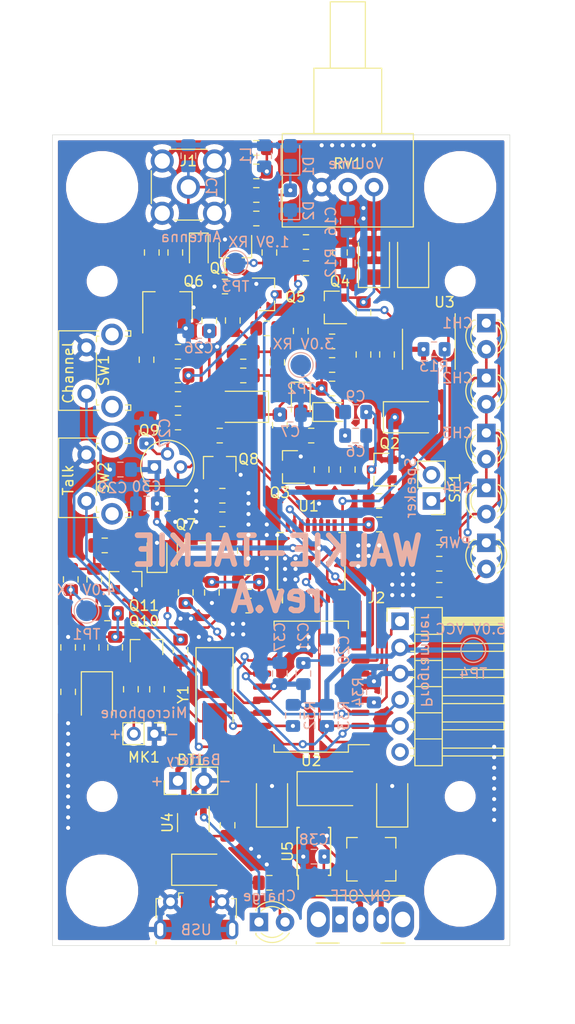
<source format=kicad_pcb>
(kicad_pcb (version 20171130) (host pcbnew 5.1.5-52549c5~86~ubuntu18.04.1)
  (layers (0 F.Cu signal) (31 B.Cu signal) (34 B.Paste user hide) (35 F.Paste user hide) (36 B.SilkS user) (37 F.SilkS user) (38 B.Mask user hide) (39 F.Mask user hide) (44 Edge.Cuts user))
  (net 0 "")
  (net 1 "Net-(U1-Pad16)")
  (net 2 "Net-(U1-Pad10)")
  (net 3 "Net-(U1-Pad8)")
  (net 4 "Net-(U1-Pad7)")
  (net 5 "Net-(U1-Pad5)")
  (net 6 "Net-(U1-Pad4)")
  (net 7 "Net-(U2-Pad18)")
  (net 8 GND)
  (net 9 "Net-(BT1-Pad1)")
  (net 10 "Net-(C1-Pad1)")
  (net 11 "Net-(C2-Pad2)")
  (net 12 "Net-(C3-Pad2)")
  (net 13 "Net-(C4-Pad2)")
  (net 14 "Net-(C12-Pad1)")
  (net 15 "Net-(C8-Pad2)")
  (net 16 RSSI)
  (net 17 "Net-(C10-Pad1)")
  (net 18 "Net-(C10-Pad2)")
  (net 19 "Net-(C11-Pad2)")
  (net 20 "Net-(C11-Pad1)")
  (net 21 "Net-(C12-Pad2)")
  (net 22 "Net-(C13-Pad2)")
  (net 23 "Net-(C13-Pad1)")
  (net 24 "Net-(C14-Pad2)")
  (net 25 "Net-(C16-Pad2)")
  (net 26 "Net-(C16-Pad1)")
  (net 27 "Net-(C17-Pad1)")
  (net 28 "Net-(C18-Pad1)")
  (net 29 VCC)
  (net 30 "Net-(C20-Pad2)")
  (net 31 XTAL1)
  (net 32 "Net-(C22-Pad2)")
  (net 33 "Net-(C22-Pad1)")
  (net 34 "Net-(C23-Pad1)")
  (net 35 "Net-(C24-Pad1)")
  (net 36 "Net-(C25-Pad2)")
  (net 37 "Net-(C25-Pad1)")
  (net 38 "Net-(C26-Pad2)")
  (net 39 "Net-(C28-Pad2)")
  (net 40 "Net-(C31-Pad1)")
  (net 41 "Net-(C32-Pad1)")
  (net 42 "Net-(C33-Pad1)")
  (net 43 "Net-(C34-Pad2)")
  (net 44 "Net-(C34-Pad1)")
  (net 45 "Net-(C35-Pad2)")
  (net 46 "Net-(C35-Pad1)")
  (net 47 "Net-(C36-Pad2)")
  (net 48 XTAL2)
  (net 49 "Net-(C38-Pad1)")
  (net 50 "Net-(C40-Pad1)")
  (net 51 "Net-(C41-Pad1)")
  (net 52 "Net-(D5-Pad2)")
  (net 53 "Net-(D6-Pad2)")
  (net 54 "Net-(D6-Pad1)")
  (net 55 "Net-(D8-Pad2)")
  (net 56 "Net-(D10-Pad2)")
  (net 57 "Net-(D11-Pad2)")
  (net 58 "Net-(D11-Pad1)")
  (net 59 "Net-(D12-Pad2)")
  (net 60 "Net-(J2-Pad6)")
  (net 61 ~CS)
  (net 62 TX_EN)
  (net 63 VPP)
  (net 64 "Net-(J3-Pad3)")
  (net 65 "Net-(J3-Pad4)")
  (net 66 "Net-(J3-Pad2)")
  (net 67 "Net-(L4-Pad1)")
  (net 68 "Net-(Q7-Pad3)")
  (net 69 "Net-(Q7-Pad1)")
  (net 70 "Net-(Q8-Pad3)")
  (net 71 "Net-(Q8-Pad1)")
  (net 72 "Net-(Q10-Pad2)")
  (net 73 "Net-(Q11-Pad3)")
  (net 74 RX_EN)
  (net 75 "Net-(R12-Pad2)")
  (net 76 SPK_EN)
  (net 77 "Net-(R30-Pad1)")
  (net 78 "Net-(R31-Pad1)")
  (net 79 "Net-(R32-Pad1)")
  (net 80 "Net-(R33-Pad1)")
  (net 81 "Net-(R36-Pad2)")
  (net 82 "Net-(SP1-Pad2)")
  (net 83 "Net-(SP1-Pad1)")
  (net 84 "Net-(SW3-Pad1)")
  (net 85 FSEL)
  (net 86 SCK)
  (net 87 SDI)
  (net 88 "Net-(U5-Pad3)")
  (net 89 "Net-(U5-Pad2)")
  (net 90 "Net-(Q9-Pad3)")
  (module Capacitor_Tantalum_SMD:CP_EIA-3528-21_Kemet-B_Pad1.50x2.35mm_HandSolder (layer F.Cu) (at 85.598 90.932)
    (fp_text reference C19 hide)
    (fp_text value 47uF hide)
    (pad 2 smd roundrect (at 1.625 0) (size 1.5 2.35) (layers F.Cu F.Paste F.Mask) (roundrect_rratio 0.166667) (net 8 GND))
    (pad 1 smd roundrect (at -1.625 0) (size 1.5 2.35) (layers F.Cu F.Paste F.Mask) (roundrect_rratio 0.166667) (net 29 VCC))
  )
  (module Capacitor_Tantalum_SMD:CP_EIA-3528-21_Kemet-B (layer F.Cu) (at 69.342 89.916 180)
    (fp_text reference C43 hide)
    (fp_text value "100uF 6v" hide)
    (pad 2 smd roundrect (at 1.5375 0 180) (size 1.325 2.35) (layers F.Cu F.Paste F.Mask) (roundrect_rratio 0.188679) (net 8 GND))
    (pad 1 smd roundrect (at -1.5375 0 180) (size 1.325 2.35) (layers F.Cu F.Paste F.Mask) (roundrect_rratio 0.188679) (net 14 "Net-(C12-Pad1)"))
  )
  (module Connector_PinHeader_2.54mm:PinHeader_1x06_P2.54mm_Horizontal (layer F.Cu) (at 84.582 110.744)
    (fp_text reference J2 (at -2.286 -2.27) (layer F.SilkS))
    (fp_text value ICSP hide)
    (pad 6 thru_hole oval (at 0 12.7) (size 1.7 1.7) (drill 1) (layers *.Cu *.Mask) (net 60 "Net-(J2-Pad6)"))
    (pad 5 thru_hole oval (at 0 10.16) (size 1.7 1.7) (drill 1) (layers *.Cu *.Mask) (net 61 ~CS))
    (pad 4 thru_hole oval (at 0 7.62) (size 1.7 1.7) (drill 1) (layers *.Cu *.Mask) (net 62 TX_EN))
    (pad 3 thru_hole oval (at 0 5.08) (size 1.7 1.7) (drill 1) (layers *.Cu *.Mask) (net 8 GND))
    (pad 2 thru_hole oval (at 0 2.54) (size 1.7 1.7) (drill 1) (layers *.Cu *.Mask) (net 29 VCC))
    (pad 1 thru_hole rect (at 0 0) (size 1.7 1.7) (drill 1) (layers *.Cu *.Mask) (net 63 VPP))
  )
  (module Capacitor_Tantalum_SMD:CP_EIA-3528-21_Kemet-B (layer F.Cu) (at 55.118 118.11 270)
    (fp_text reference C42 hide)
    (fp_text value "100uF 6v" hide)
    (pad 2 smd roundrect (at 1.5375 0 270) (size 1.325 2.35) (layers F.Cu F.Paste F.Mask) (roundrect_rratio 0.188679) (net 8 GND))
    (pad 1 smd roundrect (at -1.5375 0 270) (size 1.325 2.35) (layers F.Cu F.Paste F.Mask) (roundrect_rratio 0.188679) (net 42 "Net-(C33-Pad1)"))
  )
  (module Capacitor_Tantalum_SMD:CP_EIA-3528-21_Kemet-B_Pad1.50x2.35mm_HandSolder (layer F.Cu) (at 65.024 134.874)
    (fp_text reference C41 hide)
    (fp_text value 47uF hide)
    (pad 2 smd roundrect (at 1.625 0) (size 1.5 2.35) (layers F.Cu F.Paste F.Mask) (roundrect_rratio 0.166667) (net 8 GND))
    (pad 1 smd roundrect (at -1.625 0) (size 1.5 2.35) (layers F.Cu F.Paste F.Mask) (roundrect_rratio 0.166667) (net 51 "Net-(C41-Pad1)"))
  )
  (module Diode_SMD:D_SMA (layer F.Cu) (at 77.978 127)
    (fp_text reference D12 hide)
    (fp_text value MBR0520 hide)
    (pad 2 smd rect (at 2 0) (size 2.5 1.8) (layers F.Cu F.Paste F.Mask) (net 59 "Net-(D12-Pad2)"))
    (pad 1 smd rect (at -2 0) (size 2.5 1.8) (layers F.Cu F.Paste F.Mask) (net 29 VCC))
  )
  (module Capacitor_Tantalum_SMD:CP_EIA-3528-21_Kemet-B (layer F.Cu) (at 72.136 128.27 90)
    (fp_text reference C39 hide)
    (fp_text value "47uF 16v" hide)
    (pad 2 smd roundrect (at 1.5375 0 90) (size 1.325 2.35) (layers F.Cu F.Paste F.Mask) (roundrect_rratio 0.188679) (net 8 GND))
    (pad 1 smd roundrect (at -1.5375 0 90) (size 1.325 2.35) (layers F.Cu F.Paste F.Mask) (roundrect_rratio 0.188679) (net 29 VCC))
  )
  (module Capacitor_Tantalum_SMD:CP_EIA-3528-21_Kemet-B (layer F.Cu) (at 83.82 128.27 90)
    (fp_text reference C40 hide)
    (fp_text value "47uF 16v" hide)
    (pad 2 smd roundrect (at 1.5375 0 90) (size 1.325 2.35) (layers F.Cu F.Paste F.Mask) (roundrect_rratio 0.188679) (net 8 GND))
    (pad 1 smd roundrect (at -1.5375 0 90) (size 1.325 2.35) (layers F.Cu F.Paste F.Mask) (roundrect_rratio 0.188679) (net 50 "Net-(C40-Pad1)"))
  )
  (module Package_TO_SOT_SMD:SOT-89-3 (layer F.Cu) (at 61.976 80.518 90)
    (fp_text reference Q6 (at 2.794 2.54) (layer F.SilkS))
    (fp_text value 2SC3357 hide)
    (pad 2 smd trapezoid (at -0.0762 0 180) (size 1.5 1) (rect_delta 0 0.7) (layers F.Cu F.Paste F.Mask) (net 39 "Net-(C28-Pad2)"))
    (pad 2 smd rect (at 1.3335 0) (size 2.2 1.84) (layers F.Cu F.Paste F.Mask) (net 39 "Net-(C28-Pad2)"))
    (pad 3 smd rect (at -1.48 1.5) (size 1 1.5) (layers F.Cu F.Paste F.Mask) (net 8 GND))
    (pad 2 smd rect (at -1.3335 0) (size 1 1.8) (layers F.Cu F.Paste F.Mask) (net 39 "Net-(C28-Pad2)"))
    (pad 1 smd rect (at -1.48 -1.5) (size 1 1.5) (layers F.Cu F.Paste F.Mask) (net 67 "Net-(L4-Pad1)"))
    (pad 2 smd trapezoid (at 2.667 0) (size 1.6 0.85) (rect_delta 0 0.6) (layers F.Cu F.Paste F.Mask) (net 39 "Net-(C28-Pad2)"))
  )
  (module Inductor_SMD:L_Bourns-SRN4018 (layer F.Cu) (at 81.788 133.858 180)
    (fp_text reference L9 hide)
    (fp_text value 22uH hide)
    (pad 2 smd rect (at 1.525 0 180) (size 1.5 3.6) (layers F.Cu F.Paste F.Mask) (net 59 "Net-(D12-Pad2)"))
    (pad 1 smd rect (at -1.525 0 180) (size 1.5 3.6) (layers F.Cu F.Paste F.Mask) (net 50 "Net-(C40-Pad1)"))
  )
  (module Package_SO:TSSOP-8_4.4x3mm_P0.65mm (layer F.Cu) (at 76.2 133.096 90)
    (fp_text reference U5 (at 0 -2.55 90) (layer F.SilkS))
    (fp_text value max1674 hide)
    (pad 8 smd rect (at 2.95 -0.975 90) (size 1.45 0.45) (layers F.Cu F.Paste F.Mask) (net 29 VCC))
    (pad 7 smd rect (at 2.95 -0.325 90) (size 1.45 0.45) (layers F.Cu F.Paste F.Mask) (net 59 "Net-(D12-Pad2)"))
    (pad 6 smd rect (at 2.95 0.325 90) (size 1.45 0.45) (layers F.Cu F.Paste F.Mask) (net 8 GND))
    (pad 5 smd rect (at 2.95 0.975 90) (size 1.45 0.45) (layers F.Cu F.Paste F.Mask) (net 29 VCC))
    (pad 4 smd rect (at -2.95 0.975 90) (size 1.45 0.45) (layers F.Cu F.Paste F.Mask) (net 49 "Net-(C38-Pad1)"))
    (pad 3 smd rect (at -2.95 0.325 90) (size 1.45 0.45) (layers F.Cu F.Paste F.Mask) (net 88 "Net-(U5-Pad3)"))
    (pad 2 smd rect (at -2.95 -0.325 90) (size 1.45 0.45) (layers F.Cu F.Paste F.Mask) (net 89 "Net-(U5-Pad2)"))
    (pad 1 smd rect (at -2.95 -0.975 90) (size 1.45 0.45) (layers F.Cu F.Paste F.Mask) (net 8 GND))
  )
  (module MountingHole:MountingHole_2mm (layer F.Cu) (at 90.424 127.762)
    (fp_text reference H8 hide)
    (fp_text value MountingHole hide)
    (pad "" np_thru_hole circle (at 0 0) (size 2 2) (drill 2) (layers *.Cu *.Mask))
  )
  (module MountingHole:MountingHole_2mm (layer F.Cu) (at 90.424 77.724)
    (fp_text reference H7 hide)
    (fp_text value MountingHole hide)
    (pad "" np_thru_hole circle (at 0 0) (size 2 2) (drill 2) (layers *.Cu *.Mask))
  )
  (module MountingHole:MountingHole_2mm (layer F.Cu) (at 55.626 127.762)
    (fp_text reference H6 hide)
    (fp_text value MountingHole hide)
    (pad "" np_thru_hole circle (at 0 0) (size 2 2) (drill 2) (layers *.Cu *.Mask))
  )
  (module MountingHole:MountingHole_2mm (layer F.Cu) (at 55.626 77.724)
    (fp_text reference H5 hide)
    (fp_text value MountingHole hide)
    (pad "" np_thru_hole circle (at 0 0) (size 2 2) (drill 2) (layers *.Cu *.Mask))
  )
  (module MountingHole:MountingHole_6mm (layer F.Cu) (at 90.424 136.906)
    (fp_text reference H4 hide)
    (fp_text value MountingHole hide)
    (pad 1 np_thru_hole circle (at 0 0) (size 6 6) (drill 6) (layers *.Cu *.Mask))
  )
  (module MountingHole:MountingHole_6mm (layer F.Cu) (at 90.424 68.58)
    (fp_text reference H3 hide)
    (fp_text value MountingHole hide)
    (pad 1 np_thru_hole circle (at 0 0) (size 6 6) (drill 6) (layers *.Cu *.Mask))
  )
  (module MountingHole:MountingHole_6mm (layer F.Cu) (at 55.626 136.906)
    (fp_text reference H2 hide)
    (fp_text value MountingHole hide)
    (pad 1 np_thru_hole circle (at 0 0) (size 6 6) (drill 6) (layers *.Cu *.Mask))
  )
  (module MountingHole:MountingHole_6mm (layer F.Cu) (at 55.626 68.58)
    (fp_text reference H1 hide)
    (fp_text value MountingHole hide)
    (pad 1 np_thru_hole circle (at 0 0) (size 6 6) (drill 6) (layers *.Cu *.Mask))
  )
  (module Crystal:Crystal_SMD_5032-2Pin_5.0x3.2mm_HandSoldering (layer F.Cu) (at 66.548 117.856 270)
    (fp_text reference Y1 (at 0 3.048 90) (layer F.SilkS))
    (fp_text value 10MHz hide)
    (pad 2 smd rect (at 2.6 0 270) (size 3.5 2.4) (layers F.Cu F.Paste F.Mask) (net 48 XTAL2))
    (pad 1 smd rect (at -2.6 0 270) (size 3.5 2.4) (layers F.Cu F.Paste F.Mask) (net 31 XTAL1))
  )
  (module Package_TO_SOT_SMD:TSOT-23-5 (layer F.Cu) (at 64.516 130.302 270)
    (fp_text reference U4 (at 0 2.54 90) (layer F.SilkS))
    (fp_text value LTC4054 hide)
    (pad 5 smd rect (at 1.31 -0.95 270) (size 1.22 0.65) (layers F.Cu F.Paste F.Mask) (net 81 "Net-(R36-Pad2)"))
    (pad 4 smd rect (at 1.31 0.95 270) (size 1.22 0.65) (layers F.Cu F.Paste F.Mask) (net 51 "Net-(C41-Pad1)"))
    (pad 3 smd rect (at -1.31 0.95 270) (size 1.22 0.65) (layers F.Cu F.Paste F.Mask) (net 9 "Net-(BT1-Pad1)"))
    (pad 2 smd rect (at -1.31 0 270) (size 1.22 0.65) (layers F.Cu F.Paste F.Mask) (net 8 GND))
    (pad 1 smd rect (at -1.31 -0.95 270) (size 1.22 0.65) (layers F.Cu F.Paste F.Mask) (net 58 "Net-(D11-Pad1)"))
  )
  (module TestPoint:TestPoint_Pad_D2.0mm (layer B.Cu) (at 91.694 113.538)
    (fp_text reference TP4 (at 0 2.286) (layer B.SilkS) (effects (justify mirror)))
    (fp_text value 5V hide)
    (pad 1 smd circle (at 0 0) (size 2 2) (layers B.Cu B.Mask) (net 29 VCC))
  )
  (module TestPoint:TestPoint_Pad_D2.0mm (layer B.Cu) (at 68.58 75.946)
    (fp_text reference TP3 (at 0 2.286) (layer B.SilkS) (effects (justify mirror)))
    (fp_text value "1.9V RX" hide)
    (pad 1 smd circle (at 0 0) (size 2 2) (layers B.Cu B.Mask) (net 34 "Net-(C23-Pad1)"))
  )
  (module TestPoint:TestPoint_Pad_D2.0mm (layer B.Cu) (at 74.93 85.852)
    (fp_text reference TP2 (at 0 2.286) (layer B.SilkS) (effects (justify mirror)))
    (fp_text value "3V RX" hide)
    (pad 1 smd circle (at 0 0) (size 2 2) (layers B.Cu B.Mask) (net 14 "Net-(C12-Pad1)"))
  )
  (module TestPoint:TestPoint_Pad_D2.0mm (layer B.Cu) (at 54.102 109.728)
    (fp_text reference TP1 (at 0 2.286) (layer B.SilkS) (effects (justify mirror)))
    (fp_text value "4V RX" hide)
    (pad 1 smd circle (at 0 0) (size 2 2) (layers B.Cu B.Mask) (net 42 "Net-(C33-Pad1)"))
  )
  (module Button_Switch_THT:SW_CuK_OS102011MA1QN1_SPDT_Angled (layer F.Cu) (at 78.74 139.7)
    (fp_text reference SW3 hide)
    (fp_text value POWER hide)
    (pad "" thru_hole oval (at 6.1 0) (size 2.2 3.5) (drill 1.5) (layers *.Cu *.Mask))
    (pad "" thru_hole oval (at -2.1 0) (size 2.2 3.5) (drill 1.5) (layers *.Cu *.Mask))
    (pad 3 thru_hole oval (at 4 0) (size 1.5 2.5) (drill 0.9) (layers *.Cu *.Mask) (net 50 "Net-(C40-Pad1)"))
    (pad 2 thru_hole oval (at 2 0) (size 1.5 2.5) (drill 0.9) (layers *.Cu *.Mask) (net 9 "Net-(BT1-Pad1)"))
    (pad 1 thru_hole rect (at 0 0) (size 1.5 2.5) (drill 0.9) (layers *.Cu *.Mask) (net 84 "Net-(SW3-Pad1)"))
  )
  (module Button_Switch_THT:SW_Tactile_SPST_Angled_PTS645Vx83-2LFS (layer F.Cu) (at 54.102 99.06 90)
    (fp_text reference SW2 (at 2.25 1.68 90) (layer F.SilkS))
    (fp_text value Talk hide)
    (pad "" thru_hole circle (at -1.25 2.49 90) (size 2.1 2.1) (drill 1.3) (layers *.Cu *.Mask))
    (pad 1 thru_hole circle (at 0 0 90) (size 1.75 1.75) (drill 0.99) (layers *.Cu *.Mask) (net 79 "Net-(R32-Pad1)"))
    (pad 2 thru_hole circle (at 4.5 0 90) (size 1.75 1.75) (drill 0.99) (layers *.Cu *.Mask) (net 8 GND))
    (pad "" thru_hole circle (at 5.76 2.49 90) (size 2.1 2.1) (drill 1.3) (layers *.Cu *.Mask))
  )
  (module Button_Switch_THT:SW_Tactile_SPST_Angled_PTS645Vx83-2LFS (layer F.Cu) (at 54.102 88.646 90)
    (fp_text reference SW1 (at 2.25 1.68 90) (layer F.SilkS))
    (fp_text value Channel hide)
    (pad "" thru_hole circle (at -1.25 2.49 90) (size 2.1 2.1) (drill 1.3) (layers *.Cu *.Mask))
    (pad 1 thru_hole circle (at 0 0 90) (size 1.75 1.75) (drill 0.99) (layers *.Cu *.Mask) (net 80 "Net-(R33-Pad1)"))
    (pad 2 thru_hole circle (at 4.5 0 90) (size 1.75 1.75) (drill 0.99) (layers *.Cu *.Mask) (net 8 GND))
    (pad "" thru_hole circle (at 5.76 2.49 90) (size 2.1 2.1) (drill 1.3) (layers *.Cu *.Mask))
  )
  (module Connector_PinHeader_2.54mm:PinHeader_1x02_P2.54mm_Vertical (layer F.Cu) (at 87.63 99.06 180)
    (fp_text reference SP1 (at -2.286 1.27 270) (layer F.SilkS))
    (fp_text value Speaker hide)
    (pad 2 thru_hole oval (at 0 2.54 180) (size 1.7 1.7) (drill 1) (layers *.Cu *.Mask) (net 82 "Net-(SP1-Pad2)"))
    (pad 1 thru_hole rect (at 0 0 180) (size 1.7 1.7) (drill 1) (layers *.Cu *.Mask) (net 83 "Net-(SP1-Pad1)"))
  )
  (module Potentiometer_THT:Potentiometer_Vishay_148-149_Single_Horizontal (layer F.Cu) (at 82.042 68.58 90)
    (fp_text reference RV1 (at 2.286 -2.54) (layer F.SilkS))
    (fp_text value 22k hide)
    (pad 1 thru_hole circle (at 0 0 90) (size 1.8 1.8) (drill 1) (layers *.Cu *.Mask) (net 22 "Net-(C13-Pad2)"))
    (pad 2 thru_hole circle (at 0 -2.54 90) (size 1.8 1.8) (drill 1) (layers *.Cu *.Mask) (net 26 "Net-(C16-Pad1)"))
    (pad 3 thru_hole circle (at 0 -5.08 90) (size 1.8 1.8) (drill 1) (layers *.Cu *.Mask) (net 8 GND))
  )
  (module Resistor_SMD:R_0805_2012Metric_Pad1.15x1.40mm_HandSolder (layer F.Cu) (at 88.392 107.696)
    (fp_text reference R37 hide)
    (fp_text value 470 hide)
    (pad 2 smd roundrect (at 1.025 0) (size 1.15 1.4) (layers F.Cu F.Paste F.Mask) (roundrect_rratio 0.217391) (net 56 "Net-(D10-Pad2)"))
    (pad 1 smd roundrect (at -1.025 0) (size 1.15 1.4) (layers F.Cu F.Paste F.Mask) (roundrect_rratio 0.217391) (net 29 VCC))
  )
  (module Resistor_SMD:R_0805_2012Metric_Pad1.15x1.40mm_HandSolder (layer F.Cu) (at 67.818 130.556 270)
    (fp_text reference R36 hide)
    (fp_text value 2k* hide)
    (pad 2 smd roundrect (at 1.025 0 270) (size 1.15 1.4) (layers F.Cu F.Paste F.Mask) (roundrect_rratio 0.217391) (net 81 "Net-(R36-Pad2)"))
    (pad 1 smd roundrect (at -1.025 0 270) (size 1.15 1.4) (layers F.Cu F.Paste F.Mask) (roundrect_rratio 0.217391) (net 8 GND))
  )
  (module Resistor_SMD:R_0805_2012Metric_Pad1.15x1.40mm_HandSolder (layer F.Cu) (at 71.882 136.144 180)
    (fp_text reference R35 hide)
    (fp_text value 300 hide)
    (pad 2 smd roundrect (at 1.025 0 180) (size 1.15 1.4) (layers F.Cu F.Paste F.Mask) (roundrect_rratio 0.217391) (net 51 "Net-(C41-Pad1)"))
    (pad 1 smd roundrect (at -1.025 0 180) (size 1.15 1.4) (layers F.Cu F.Paste F.Mask) (roundrect_rratio 0.217391) (net 57 "Net-(D11-Pad2)"))
  )
  (module Resistor_SMD:R_0805_2012Metric_Pad1.15x1.40mm_HandSolder (layer B.Cu) (at 82.042 117.602 90)
    (fp_text reference R34 (at 0 -1.524 270) (layer B.SilkS) (effects (justify mirror)))
    (fp_text value 0 hide)
    (pad 2 smd roundrect (at 1.025 0 90) (size 1.15 1.4) (layers B.Cu B.Paste B.Mask) (roundrect_rratio 0.217391) (net 8 GND))
    (pad 1 smd roundrect (at -1.025 0 90) (size 1.15 1.4) (layers B.Cu B.Paste B.Mask) (roundrect_rratio 0.217391) (net 63 VPP))
  )
  (module Resistor_SMD:R_0805_2012Metric_Pad1.15x1.40mm_HandSolder (layer B.Cu) (at 77.47 119.888 90)
    (fp_text reference R33 (at 0 1.65 90) (layer B.SilkS) (effects (justify mirror)))
    (fp_text value 10k hide)
    (pad 2 smd roundrect (at 1.025 0 90) (size 1.15 1.4) (layers B.Cu B.Paste B.Mask) (roundrect_rratio 0.217391) (net 29 VCC))
    (pad 1 smd roundrect (at -1.025 0 90) (size 1.15 1.4) (layers B.Cu B.Paste B.Mask) (roundrect_rratio 0.217391) (net 80 "Net-(R33-Pad1)"))
  )
  (module Resistor_SMD:R_0805_2012Metric_Pad1.15x1.40mm_HandSolder (layer B.Cu) (at 74.168 119.888 90)
    (fp_text reference R32 (at 0 1.65 90) (layer B.SilkS) (effects (justify mirror)))
    (fp_text value 10k hide)
    (pad 2 smd roundrect (at 1.025 0 90) (size 1.15 1.4) (layers B.Cu B.Paste B.Mask) (roundrect_rratio 0.217391) (net 29 VCC))
    (pad 1 smd roundrect (at -1.025 0 90) (size 1.15 1.4) (layers B.Cu B.Paste B.Mask) (roundrect_rratio 0.217391) (net 79 "Net-(R32-Pad1)"))
  )
  (module Resistor_SMD:R_0805_2012Metric_Pad1.15x1.40mm_HandSolder (layer F.Cu) (at 88.392 105.156)
    (fp_text reference R31 hide)
    (fp_text value 330 hide)
    (pad 2 smd roundrect (at 1.025 0) (size 1.15 1.4) (layers F.Cu F.Paste F.Mask) (roundrect_rratio 0.217391) (net 55 "Net-(D8-Pad2)"))
    (pad 1 smd roundrect (at -1.025 0) (size 1.15 1.4) (layers F.Cu F.Paste F.Mask) (roundrect_rratio 0.217391) (net 78 "Net-(R31-Pad1)"))
  )
  (module Resistor_SMD:R_0805_2012Metric_Pad1.15x1.40mm_HandSolder (layer F.Cu) (at 88.392 102.616)
    (fp_text reference R30 hide)
    (fp_text value 330 hide)
    (pad 2 smd roundrect (at 1.025 0) (size 1.15 1.4) (layers F.Cu F.Paste F.Mask) (roundrect_rratio 0.217391) (net 53 "Net-(D6-Pad2)"))
    (pad 1 smd roundrect (at -1.025 0) (size 1.15 1.4) (layers F.Cu F.Paste F.Mask) (roundrect_rratio 0.217391) (net 77 "Net-(R30-Pad1)"))
  )
  (module Resistor_SMD:R_0805_2012Metric_Pad1.15x1.40mm_HandSolder (layer F.Cu) (at 55.88 103.378)
    (fp_text reference R29 hide)
    (fp_text value 100k hide)
    (pad 2 smd roundrect (at 1.025 0) (size 1.15 1.4) (layers F.Cu F.Paste F.Mask) (roundrect_rratio 0.217391) (net 47 "Net-(C36-Pad2)"))
    (pad 1 smd roundrect (at -1.025 0) (size 1.15 1.4) (layers F.Cu F.Paste F.Mask) (roundrect_rratio 0.217391) (net 73 "Net-(Q11-Pad3)"))
  )
  (module Resistor_SMD:R_0805_2012Metric_Pad1.15x1.40mm_HandSolder (layer F.Cu) (at 52.578 106.68 270)
    (fp_text reference R28 hide)
    (fp_text value 10k hide)
    (pad 2 smd roundrect (at 1.025 0 270) (size 1.15 1.4) (layers F.Cu F.Paste F.Mask) (roundrect_rratio 0.217391) (net 42 "Net-(C33-Pad1)"))
    (pad 1 smd roundrect (at -1.025 0 270) (size 1.15 1.4) (layers F.Cu F.Paste F.Mask) (roundrect_rratio 0.217391) (net 73 "Net-(Q11-Pad3)"))
  )
  (module Resistor_SMD:R_0805_2012Metric_Pad1.15x1.40mm_HandSolder (layer F.Cu) (at 54.864 106.68 90)
    (fp_text reference R27 hide)
    (fp_text value 220k hide)
    (pad 2 smd roundrect (at 1.025 0 90) (size 1.15 1.4) (layers F.Cu F.Paste F.Mask) (roundrect_rratio 0.217391) (net 73 "Net-(Q11-Pad3)"))
    (pad 1 smd roundrect (at -1.025 0 90) (size 1.15 1.4) (layers F.Cu F.Paste F.Mask) (roundrect_rratio 0.217391) (net 45 "Net-(C35-Pad2)"))
  )
  (module Resistor_SMD:R_0805_2012Metric_Pad1.15x1.40mm_HandSolder (layer F.Cu) (at 60.96 117.348 90)
    (fp_text reference R26 hide)
    (fp_text value 100 hide)
    (pad 2 smd roundrect (at 1.025 0 90) (size 1.15 1.4) (layers F.Cu F.Paste F.Mask) (roundrect_rratio 0.217391) (net 72 "Net-(Q10-Pad2)"))
    (pad 1 smd roundrect (at -1.025 0 90) (size 1.15 1.4) (layers F.Cu F.Paste F.Mask) (roundrect_rratio 0.217391) (net 8 GND))
  )
  (module Resistor_SMD:R_0805_2012Metric_Pad1.15x1.40mm_HandSolder (layer F.Cu) (at 54.61 113.284 270)
    (fp_text reference R25 hide)
    (fp_text value 10k hide)
    (pad 2 smd roundrect (at 1.025 0 270) (size 1.15 1.4) (layers F.Cu F.Paste F.Mask) (roundrect_rratio 0.217391) (net 42 "Net-(C33-Pad1)"))
    (pad 1 smd roundrect (at -1.025 0 270) (size 1.15 1.4) (layers F.Cu F.Paste F.Mask) (roundrect_rratio 0.217391) (net 46 "Net-(C35-Pad1)"))
  )
  (module Resistor_SMD:R_0805_2012Metric_Pad1.15x1.40mm_HandSolder (layer F.Cu) (at 56.896 113.284 90)
    (fp_text reference R24 hide)
    (fp_text value 220k hide)
    (pad 2 smd roundrect (at 1.025 0 90) (size 1.15 1.4) (layers F.Cu F.Paste F.Mask) (roundrect_rratio 0.217391) (net 46 "Net-(C35-Pad1)"))
    (pad 1 smd roundrect (at -1.025 0 90) (size 1.15 1.4) (layers F.Cu F.Paste F.Mask) (roundrect_rratio 0.217391) (net 43 "Net-(C34-Pad2)"))
  )
  (module Resistor_SMD:R_0805_2012Metric_Pad1.15x1.40mm_HandSolder (layer F.Cu) (at 52.324 117.602 90)
    (fp_text reference R23 hide)
    (fp_text value 4k7 hide)
    (pad 2 smd roundrect (at 1.025 0 90) (size 1.15 1.4) (layers F.Cu F.Paste F.Mask) (roundrect_rratio 0.217391) (net 42 "Net-(C33-Pad1)"))
    (pad 1 smd roundrect (at -1.025 0 90) (size 1.15 1.4) (layers F.Cu F.Paste F.Mask) (roundrect_rratio 0.217391) (net 44 "Net-(C34-Pad1)"))
  )
  (module Resistor_SMD:R_0805_2012Metric_Pad1.15x1.40mm_HandSolder (layer F.Cu) (at 63.754 107.95 90)
    (fp_text reference R22 hide)
    (fp_text value 1k hide)
    (pad 2 smd roundrect (at 1.025 0 90) (size 1.15 1.4) (layers F.Cu F.Paste F.Mask) (roundrect_rratio 0.217391) (net 69 "Net-(Q7-Pad1)"))
    (pad 1 smd roundrect (at -1.025 0 90) (size 1.15 1.4) (layers F.Cu F.Paste F.Mask) (roundrect_rratio 0.217391) (net 62 TX_EN))
  )
  (module Resistor_SMD:R_0805_2012Metric_Pad1.15x1.40mm_HandSolder (layer F.Cu) (at 68.072 103.886 90)
    (fp_text reference R21 hide)
    (fp_text value 1k hide)
    (pad 2 smd roundrect (at 1.025 0 90) (size 1.15 1.4) (layers F.Cu F.Paste F.Mask) (roundrect_rratio 0.217391) (net 68 "Net-(Q7-Pad3)"))
    (pad 1 smd roundrect (at -1.025 0 90) (size 1.15 1.4) (layers F.Cu F.Paste F.Mask) (roundrect_rratio 0.217391) (net 42 "Net-(C33-Pad1)"))
  )
  (module Resistor_SMD:R_0805_2012Metric_Pad1.15x1.40mm_HandSolder (layer F.Cu) (at 67.31 100.838)
    (fp_text reference R20 hide)
    (fp_text value 10k hide)
    (pad 2 smd roundrect (at 1.025 0) (size 1.15 1.4) (layers F.Cu F.Paste F.Mask) (roundrect_rratio 0.217391) (net 68 "Net-(Q7-Pad3)"))
    (pad 1 smd roundrect (at -1.025 0) (size 1.15 1.4) (layers F.Cu F.Paste F.Mask) (roundrect_rratio 0.217391) (net 8 GND))
  )
  (module Resistor_SMD:R_0805_2012Metric_Pad1.15x1.40mm_HandSolder (layer F.Cu) (at 67.31 98.552)
    (fp_text reference R19 hide)
    (fp_text value 1k hide)
    (pad 2 smd roundrect (at 1.025 0) (size 1.15 1.4) (layers F.Cu F.Paste F.Mask) (roundrect_rratio 0.217391) (net 68 "Net-(Q7-Pad3)"))
    (pad 1 smd roundrect (at -1.025 0) (size 1.15 1.4) (layers F.Cu F.Paste F.Mask) (roundrect_rratio 0.217391) (net 71 "Net-(Q8-Pad1)"))
  )
  (module Resistor_SMD:R_0805_2012Metric_Pad1.15x1.40mm_HandSolder (layer F.Cu) (at 61.976 99.314)
    (fp_text reference R18 hide)
    (fp_text value 22k hide)
    (pad 2 smd roundrect (at 1.025 0) (size 1.15 1.4) (layers F.Cu F.Paste F.Mask) (roundrect_rratio 0.217391) (net 90 "Net-(Q9-Pad3)"))
    (pad 1 smd roundrect (at -1.025 0) (size 1.15 1.4) (layers F.Cu F.Paste F.Mask) (roundrect_rratio 0.217391) (net 29 VCC))
  )
  (module Resistor_SMD:R_0805_2012Metric_Pad1.15x1.40mm_HandSolder (layer F.Cu) (at 67.056 92.71)
    (fp_text reference R17 hide)
    (fp_text value 470 hide)
    (pad 2 smd roundrect (at 1.025 0) (size 1.15 1.4) (layers F.Cu F.Paste F.Mask) (roundrect_rratio 0.217391) (net 70 "Net-(Q8-Pad3)"))
    (pad 1 smd roundrect (at -1.025 0) (size 1.15 1.4) (layers F.Cu F.Paste F.Mask) (roundrect_rratio 0.217391) (net 90 "Net-(Q9-Pad3)"))
  )
  (module Resistor_SMD:R_0805_2012Metric_Pad1.15x1.40mm_HandSolder (layer F.Cu) (at 62.992 84.582)
    (fp_text reference R16 hide)
    (fp_text value 330 hide)
    (pad 2 smd roundrect (at 1.025 0) (size 1.15 1.4) (layers F.Cu F.Paste F.Mask) (roundrect_rratio 0.217391) (net 8 GND))
    (pad 1 smd roundrect (at -1.025 0) (size 1.15 1.4) (layers F.Cu F.Paste F.Mask) (roundrect_rratio 0.217391) (net 67 "Net-(L4-Pad1)"))
  )
  (module Resistor_SMD:R_0805_2012Metric_Pad1.15x1.40mm_HandSolder (layer F.Cu) (at 63.001 91.44 180)
    (fp_text reference R15 hide)
    (fp_text value 220 hide)
    (pad 2 smd roundrect (at 1.025 0 180) (size 1.15 1.4) (layers F.Cu F.Paste F.Mask) (roundrect_rratio 0.217391) (net 36 "Net-(C25-Pad2)"))
    (pad 1 smd roundrect (at -1.025 0 180) (size 1.15 1.4) (layers F.Cu F.Paste F.Mask) (roundrect_rratio 0.217391) (net 38 "Net-(C26-Pad2)"))
  )
  (module Resistor_SMD:R_0805_2012Metric_Pad1.15x1.40mm_HandSolder (layer F.Cu) (at 67.564 78.232 180)
    (fp_text reference R14 hide)
    (fp_text value 470 hide)
    (pad 2 smd roundrect (at 1.025 0 180) (size 1.15 1.4) (layers F.Cu F.Paste F.Mask) (roundrect_rratio 0.217391) (net 8 GND))
    (pad 1 smd roundrect (at -1.025 0 180) (size 1.15 1.4) (layers F.Cu F.Paste F.Mask) (roundrect_rratio 0.217391) (net 35 "Net-(C24-Pad1)"))
  )
  (module Resistor_SMD:R_0805_2012Metric_Pad1.15x1.40mm_HandSolder (layer B.Cu) (at 87.884 84.328)
    (fp_text reference R13 (at 0 1.65) (layer B.SilkS) (effects (justify mirror)))
    (fp_text value 4k7 hide)
    (pad 2 smd roundrect (at 1.025 0) (size 1.15 1.4) (layers B.Cu B.Paste B.Mask) (roundrect_rratio 0.217391) (net 76 SPK_EN))
    (pad 1 smd roundrect (at -1.025 0) (size 1.15 1.4) (layers B.Cu B.Paste B.Mask) (roundrect_rratio 0.217391) (net 29 VCC))
  )
  (module Resistor_SMD:R_0805_2012Metric_Pad1.15x1.40mm_HandSolder (layer B.Cu) (at 79.502 75.946 270)
    (fp_text reference R12 (at 0 1.65 90) (layer B.SilkS) (effects (justify mirror)))
    (fp_text value 10k hide)
    (pad 2 smd roundrect (at 1.025 0 270) (size 1.15 1.4) (layers B.Cu B.Paste B.Mask) (roundrect_rratio 0.217391) (net 75 "Net-(R12-Pad2)"))
    (pad 1 smd roundrect (at -1.025 0 270) (size 1.15 1.4) (layers B.Cu B.Paste B.Mask) (roundrect_rratio 0.217391) (net 25 "Net-(C16-Pad2)"))
  )
  (module Resistor_SMD:R_0805_2012Metric_Pad1.15x1.40mm_HandSolder (layer F.Cu) (at 81.026 84.836 270)
    (fp_text reference R11 hide)
    (fp_text value 10k hide)
    (pad 2 smd roundrect (at 1.025 0 270) (size 1.15 1.4) (layers F.Cu F.Paste F.Mask) (roundrect_rratio 0.217391) (net 24 "Net-(C14-Pad2)"))
    (pad 1 smd roundrect (at -1.025 0 270) (size 1.15 1.4) (layers F.Cu F.Paste F.Mask) (roundrect_rratio 0.217391) (net 23 "Net-(C13-Pad1)"))
  )
  (module Resistor_SMD:R_0805_2012Metric_Pad1.15x1.40mm_HandSolder (layer F.Cu) (at 83.312 84.836 90)
    (fp_text reference R10 hide)
    (fp_text value 10k hide)
    (pad 2 smd roundrect (at 1.025 0 90) (size 1.15 1.4) (layers F.Cu F.Paste F.Mask) (roundrect_rratio 0.217391) (net 23 "Net-(C13-Pad1)"))
    (pad 1 smd roundrect (at -1.025 0 90) (size 1.15 1.4) (layers F.Cu F.Paste F.Mask) (roundrect_rratio 0.217391) (net 21 "Net-(C12-Pad2)"))
  )
  (module Resistor_SMD:R_0805_2012Metric_Pad1.15x1.40mm_HandSolder (layer F.Cu) (at 77.978 88.138 180)
    (fp_text reference R9 hide)
    (fp_text value 10k hide)
    (pad 2 smd roundrect (at 1.025 0 180) (size 1.15 1.4) (layers F.Cu F.Paste F.Mask) (roundrect_rratio 0.217391) (net 14 "Net-(C12-Pad1)"))
    (pad 1 smd roundrect (at -1.025 0 180) (size 1.15 1.4) (layers F.Cu F.Paste F.Mask) (roundrect_rratio 0.217391) (net 21 "Net-(C12-Pad2)"))
  )
  (module Resistor_SMD:R_0805_2012Metric_Pad1.15x1.40mm_HandSolder (layer F.Cu) (at 72.898 91.694 90)
    (fp_text reference R8 hide)
    (fp_text value 10k hide)
    (pad 2 smd roundrect (at 1.025 0 90) (size 1.15 1.4) (layers F.Cu F.Paste F.Mask) (roundrect_rratio 0.217391) (net 14 "Net-(C12-Pad1)"))
    (pad 1 smd roundrect (at -1.025 0 90) (size 1.15 1.4) (layers F.Cu F.Paste F.Mask) (roundrect_rratio 0.217391) (net 20 "Net-(C11-Pad1)"))
  )
  (module Resistor_SMD:R_0805_2012Metric_Pad1.15x1.40mm_HandSolder (layer F.Cu) (at 76.962 96.012 90)
    (fp_text reference R7 hide)
    (fp_text value 220k hide)
    (pad 2 smd roundrect (at 1.025 0 90) (size 1.15 1.4) (layers F.Cu F.Paste F.Mask) (roundrect_rratio 0.217391) (net 20 "Net-(C11-Pad1)"))
    (pad 1 smd roundrect (at -1.025 0 90) (size 1.15 1.4) (layers F.Cu F.Paste F.Mask) (roundrect_rratio 0.217391) (net 18 "Net-(C10-Pad2)"))
  )
  (module Resistor_SMD:R_0805_2012Metric_Pad1.15x1.40mm_HandSolder (layer F.Cu) (at 80.264 92.71 180)
    (fp_text reference R6 hide)
    (fp_text value 10k hide)
    (pad 2 smd roundrect (at 1.025 0 180) (size 1.15 1.4) (layers F.Cu F.Paste F.Mask) (roundrect_rratio 0.217391) (net 14 "Net-(C12-Pad1)"))
    (pad 1 smd roundrect (at -1.025 0 180) (size 1.15 1.4) (layers F.Cu F.Paste F.Mask) (roundrect_rratio 0.217391) (net 17 "Net-(C10-Pad1)"))
  )
  (module Resistor_SMD:R_0805_2012Metric_Pad1.15x1.40mm_HandSolder (layer F.Cu) (at 82.55 99.06 180)
    (fp_text reference R5 hide)
    (fp_text value 220k hide)
    (pad 2 smd roundrect (at 1.025 0 180) (size 1.15 1.4) (layers F.Cu F.Paste F.Mask) (roundrect_rratio 0.217391) (net 17 "Net-(C10-Pad1)"))
    (pad 1 smd roundrect (at -1.025 0 180) (size 1.15 1.4) (layers F.Cu F.Paste F.Mask) (roundrect_rratio 0.217391) (net 15 "Net-(C8-Pad2)"))
  )
  (module Resistor_SMD:R_0805_2012Metric_Pad1.15x1.40mm_HandSolder (layer F.Cu) (at 75.438 76.454)
    (fp_text reference R4 hide)
    (fp_text value 470 hide)
    (pad 2 smd roundrect (at 1.025 0) (size 1.15 1.4) (layers F.Cu F.Paste F.Mask) (roundrect_rratio 0.217391) (net 14 "Net-(C12-Pad1)"))
    (pad 1 smd roundrect (at -1.025 0) (size 1.15 1.4) (layers F.Cu F.Paste F.Mask) (roundrect_rratio 0.217391) (net 74 RX_EN))
  )
  (module Resistor_SMD:R_0805_2012Metric_Pad1.15x1.40mm_HandSolder (layer F.Cu) (at 75.438 73.914)
    (fp_text reference R3 hide)
    (fp_text value 330 hide)
    (pad 2 smd roundrect (at 1.025 0) (size 1.15 1.4) (layers F.Cu F.Paste F.Mask) (roundrect_rratio 0.217391) (net 14 "Net-(C12-Pad1)"))
    (pad 1 smd roundrect (at -1.025 0) (size 1.15 1.4) (layers F.Cu F.Paste F.Mask) (roundrect_rratio 0.217391) (net 34 "Net-(C23-Pad1)"))
  )
  (module Resistor_SMD:R_0805_2012Metric_Pad1.15x1.40mm_HandSolder (layer F.Cu) (at 71.882 74.93 270)
    (fp_text reference R2 hide)
    (fp_text value 47k hide)
    (pad 2 smd roundrect (at 1.025 0 270) (size 1.15 1.4) (layers F.Cu F.Paste F.Mask) (roundrect_rratio 0.217391) (net 34 "Net-(C23-Pad1)"))
    (pad 1 smd roundrect (at -1.025 0 270) (size 1.15 1.4) (layers F.Cu F.Paste F.Mask) (roundrect_rratio 0.217391) (net 13 "Net-(C4-Pad2)"))
  )
  (module Resistor_SMD:R_0805_2012Metric_Pad1.15x1.40mm_HandSolder (layer F.Cu) (at 70.612 64.77)
    (fp_text reference R1 hide)
    (fp_text value 560 hide)
    (pad 2 smd roundrect (at 1.025 0) (size 1.15 1.4) (layers F.Cu F.Paste F.Mask) (roundrect_rratio 0.217391) (net 11 "Net-(C2-Pad2)"))
    (pad 1 smd roundrect (at -1.025 0) (size 1.15 1.4) (layers F.Cu F.Paste F.Mask) (roundrect_rratio 0.217391) (net 10 "Net-(C1-Pad1)"))
  )
  (module Package_TO_SOT_SMD:SOT-23 (layer F.Cu) (at 57.912 106.68 90)
    (fp_text reference Q11 (at -2.54 1.778) (layer F.SilkS))
    (fp_text value BC846B hide)
    (pad 3 smd rect (at 1 0 90) (size 0.9 0.8) (layers F.Cu F.Paste F.Mask) (net 73 "Net-(Q11-Pad3)"))
    (pad 2 smd rect (at -1 0.95 90) (size 0.9 0.8) (layers F.Cu F.Paste F.Mask) (net 8 GND))
    (pad 1 smd rect (at -1 -0.95 90) (size 0.9 0.8) (layers F.Cu F.Paste F.Mask) (net 45 "Net-(C35-Pad2)"))
  )
  (module Package_TO_SOT_SMD:SOT-23 (layer F.Cu) (at 59.944 113.284 90)
    (fp_text reference Q10 (at 2.54 -0.254) (layer F.SilkS))
    (fp_text value BC846B hide)
    (pad 3 smd rect (at 1 0 90) (size 0.9 0.8) (layers F.Cu F.Paste F.Mask) (net 46 "Net-(C35-Pad1)"))
    (pad 2 smd rect (at -1 0.95 90) (size 0.9 0.8) (layers F.Cu F.Paste F.Mask) (net 72 "Net-(Q10-Pad2)"))
    (pad 1 smd rect (at -1 -0.95 90) (size 0.9 0.8) (layers F.Cu F.Paste F.Mask) (net 43 "Net-(C34-Pad2)"))
  )
  (module Package_TO_SOT_THT:TO-92 (layer F.Cu) (at 60.706 95.758)
    (fp_text reference Q9 (at -0.508 -3.56) (layer F.SilkS))
    (fp_text value 2SA928 hide)
    (pad 1 thru_hole rect (at 0 0 90) (size 1.3 1.3) (drill 0.75) (layers *.Cu *.Mask) (net 29 VCC))
    (pad 3 thru_hole circle (at 2.54 0 90) (size 1.3 1.3) (drill 0.75) (layers *.Cu *.Mask) (net 90 "Net-(Q9-Pad3)"))
    (pad 2 thru_hole circle (at 1.27 -1.27 90) (size 1.3 1.3) (drill 0.75) (layers *.Cu *.Mask) (net 38 "Net-(C26-Pad2)"))
  )
  (module Package_TO_SOT_SMD:SOT-23 (layer F.Cu) (at 67.056 95.504 90)
    (fp_text reference Q8 (at 0.508 2.794) (layer F.SilkS))
    (fp_text value BC846B hide)
    (pad 3 smd rect (at 1 0 90) (size 0.9 0.8) (layers F.Cu F.Paste F.Mask) (net 70 "Net-(Q8-Pad3)"))
    (pad 2 smd rect (at -1 0.95 90) (size 0.9 0.8) (layers F.Cu F.Paste F.Mask) (net 8 GND))
    (pad 1 smd rect (at -1 -0.95 90) (size 0.9 0.8) (layers F.Cu F.Paste F.Mask) (net 71 "Net-(Q8-Pad1)"))
  )
  (module Package_TO_SOT_SMD:SOT-23 (layer F.Cu) (at 64.516 103.886 90)
    (fp_text reference Q7 (at 2.54 -0.762) (layer F.SilkS))
    (fp_text value BC856 hide)
    (pad 3 smd rect (at 1 0 90) (size 0.9 0.8) (layers F.Cu F.Paste F.Mask) (net 68 "Net-(Q7-Pad3)"))
    (pad 2 smd rect (at -1 0.95 90) (size 0.9 0.8) (layers F.Cu F.Paste F.Mask) (net 40 "Net-(C31-Pad1)"))
    (pad 1 smd rect (at -1 -0.95 90) (size 0.9 0.8) (layers F.Cu F.Paste F.Mask) (net 69 "Net-(Q7-Pad1)"))
  )
  (module Package_TO_SOT_SMD:SOT-23 (layer F.Cu) (at 71.628 78.994)
    (fp_text reference Q5 (at 2.794 0.254) (layer F.SilkS))
    (fp_text value 2SC3356 hide)
    (pad 3 smd rect (at 1 0) (size 0.9 0.8) (layers F.Cu F.Paste F.Mask) (net 36 "Net-(C25-Pad2)"))
    (pad 2 smd rect (at -1 0.95) (size 0.9 0.8) (layers F.Cu F.Paste F.Mask) (net 35 "Net-(C24-Pad1)"))
    (pad 1 smd rect (at -1 -0.95) (size 0.9 0.8) (layers F.Cu F.Paste F.Mask) (net 8 GND))
  )
  (module Package_TO_SOT_SMD:SOT-23 (layer F.Cu) (at 77.978 80.264 180)
    (fp_text reference Q4 (at -0.762 2.54) (layer F.SilkS))
    (fp_text value BC846B hide)
    (pad 3 smd rect (at 1 0 180) (size 0.9 0.8) (layers F.Cu F.Paste F.Mask) (net 14 "Net-(C12-Pad1)"))
    (pad 2 smd rect (at -1 0.95 180) (size 0.9 0.8) (layers F.Cu F.Paste F.Mask) (net 22 "Net-(C13-Pad2)"))
    (pad 1 smd rect (at -1 -0.95 180) (size 0.9 0.8) (layers F.Cu F.Paste F.Mask) (net 24 "Net-(C14-Pad2)"))
  )
  (module Package_TO_SOT_SMD:SOT-23 (layer F.Cu) (at 73.914 95.758 180)
    (fp_text reference Q3 (at 1.016 -2.5) (layer F.SilkS))
    (fp_text value BC846B hide)
    (pad 3 smd rect (at 1 0 180) (size 0.9 0.8) (layers F.Cu F.Paste F.Mask) (net 20 "Net-(C11-Pad1)"))
    (pad 2 smd rect (at -1 0.95 180) (size 0.9 0.8) (layers F.Cu F.Paste F.Mask) (net 8 GND))
    (pad 1 smd rect (at -1 -0.95 180) (size 0.9 0.8) (layers F.Cu F.Paste F.Mask) (net 18 "Net-(C10-Pad2)"))
  )
  (module Package_TO_SOT_SMD:SOT-23 (layer F.Cu) (at 82.804 96.012 180)
    (fp_text reference Q2 (at -0.762 2.54) (layer F.SilkS))
    (fp_text value BC846B hide)
    (pad 3 smd rect (at 1 0 180) (size 0.9 0.8) (layers F.Cu F.Paste F.Mask) (net 17 "Net-(C10-Pad1)"))
    (pad 2 smd rect (at -1 0.95 180) (size 0.9 0.8) (layers F.Cu F.Paste F.Mask) (net 8 GND))
    (pad 1 smd rect (at -1 -0.95 180) (size 0.9 0.8) (layers F.Cu F.Paste F.Mask) (net 15 "Net-(C8-Pad2)"))
  )
  (module Package_TO_SOT_SMD:SOT-23 (layer F.Cu) (at 68.58 74.676 270)
    (fp_text reference Q1 (at 1.778 1.524) (layer F.SilkS))
    (fp_text value BFQ67 hide)
    (pad 3 smd rect (at 1 0 270) (size 0.9 0.8) (layers F.Cu F.Paste F.Mask) (net 34 "Net-(C23-Pad1)"))
    (pad 2 smd rect (at -1 0.95 270) (size 0.9 0.8) (layers F.Cu F.Paste F.Mask) (net 8 GND))
    (pad 1 smd rect (at -1 -0.95 270) (size 0.9 0.8) (layers F.Cu F.Paste F.Mask) (net 13 "Net-(C4-Pad2)"))
  )
  (module Inductor_SMD:L_0805_2012Metric_Pad1.15x1.40mm_HandSolder (layer F.Cu) (at 69.859 106.934)
    (fp_text reference L8 hide)
    (fp_text value 47nH hide)
    (pad 2 smd roundrect (at 1.025 0) (size 1.15 1.4) (layers F.Cu F.Paste F.Mask) (roundrect_rratio 0.217391) (net 40 "Net-(C31-Pad1)"))
    (pad 1 smd roundrect (at -1.025 0) (size 1.15 1.4) (layers F.Cu F.Paste F.Mask) (roundrect_rratio 0.217391) (net 41 "Net-(C32-Pad1)"))
  )
  (module Inductor_SMD:L_0805_2012Metric_Pad1.15x1.40mm_HandSolder (layer F.Cu) (at 69.342 86.868 180)
    (fp_text reference L7 hide)
    (fp_text value 47nH hide)
    (pad 2 smd roundrect (at 1.025 0 180) (size 1.15 1.4) (layers F.Cu F.Paste F.Mask) (roundrect_rratio 0.217391) (net 41 "Net-(C32-Pad1)"))
    (pad 1 smd roundrect (at -1.025 0 180) (size 1.15 1.4) (layers F.Cu F.Paste F.Mask) (roundrect_rratio 0.217391) (net 32 "Net-(C22-Pad2)"))
  )
  (module Inductor_SMD:L_0805_2012Metric_Pad1.15x1.40mm_HandSolder (layer F.Cu) (at 69.342 84.582 180)
    (fp_text reference L6 hide)
    (fp_text value 47nH hide)
    (pad 2 smd roundrect (at 1.025 0 180) (size 1.15 1.4) (layers F.Cu F.Paste F.Mask) (roundrect_rratio 0.217391) (net 41 "Net-(C32-Pad1)"))
    (pad 1 smd roundrect (at -1.025 0 180) (size 1.15 1.4) (layers F.Cu F.Paste F.Mask) (roundrect_rratio 0.217391) (net 33 "Net-(C22-Pad1)"))
  )
  (module Inductor_SMD:L_0805_2012Metric_Pad1.15x1.40mm_HandSolder (layer F.Cu) (at 63.001 89.154)
    (fp_text reference L5 hide)
    (fp_text value 22nH hide)
    (pad 2 smd roundrect (at 1.025 0) (size 1.15 1.4) (layers F.Cu F.Paste F.Mask) (roundrect_rratio 0.217391) (net 38 "Net-(C26-Pad2)"))
    (pad 1 smd roundrect (at -1.025 0) (size 1.15 1.4) (layers F.Cu F.Paste F.Mask) (roundrect_rratio 0.217391) (net 36 "Net-(C25-Pad2)"))
  )
  (module Inductor_SMD:L_0805_2012Metric_Pad1.15x1.40mm_HandSolder (layer F.Cu) (at 59.944 85.344 270)
    (fp_text reference L4 hide)
    (fp_text value 8.2nH hide)
    (pad 2 smd roundrect (at 1.025 0 270) (size 1.15 1.4) (layers F.Cu F.Paste F.Mask) (roundrect_rratio 0.217391) (net 37 "Net-(C25-Pad1)"))
    (pad 1 smd roundrect (at -1.025 0 270) (size 1.15 1.4) (layers F.Cu F.Paste F.Mask) (roundrect_rratio 0.217391) (net 67 "Net-(L4-Pad1)"))
  )
  (module Inductor_SMD:L_0805_2012Metric_Pad1.15x1.40mm_HandSolder (layer F.Cu) (at 66.04 81.534 270)
    (fp_text reference L3 hide)
    (fp_text value 47nH hide)
    (pad 2 smd roundrect (at 1.025 0 270) (size 1.15 1.4) (layers F.Cu F.Paste F.Mask) (roundrect_rratio 0.217391) (net 38 "Net-(C26-Pad2)"))
    (pad 1 smd roundrect (at -1.025 0 270) (size 1.15 1.4) (layers F.Cu F.Paste F.Mask) (roundrect_rratio 0.217391) (net 39 "Net-(C28-Pad2)"))
  )
  (module Inductor_SMD:L_0805_2012Metric_Pad1.15x1.40mm_HandSolder (layer F.Cu) (at 62.738 74.93 270)
    (fp_text reference L2 hide)
    (fp_text value 22nH hide)
    (pad 2 smd roundrect (at 1.025 0 270) (size 1.15 1.4) (layers F.Cu F.Paste F.Mask) (roundrect_rratio 0.217391) (net 39 "Net-(C28-Pad2)"))
    (pad 1 smd roundrect (at -1.025 0 270) (size 1.15 1.4) (layers F.Cu F.Paste F.Mask) (roundrect_rratio 0.217391) (net 52 "Net-(D5-Pad2)"))
  )
  (module Inductor_SMD:L_0805_2012Metric_Pad1.15x1.40mm_HandSolder (layer B.Cu) (at 71.374 65.541 90)
    (fp_text reference L1 (at 0 -1.778 90) (layer B.SilkS) (effects (justify mirror)))
    (fp_text value 33nH hide)
    (pad 2 smd roundrect (at 1.025 0 90) (size 1.15 1.4) (layers B.Cu B.Paste B.Mask) (roundrect_rratio 0.217391) (net 8 GND))
    (pad 1 smd roundrect (at -1.025 0 90) (size 1.15 1.4) (layers B.Cu B.Paste B.Mask) (roundrect_rratio 0.217391) (net 11 "Net-(C2-Pad2)"))
  )
  (module Connector_USB:USB_Micro-B_Molex-105017-0001 (layer F.Cu) (at 64.77 139.446)
    (fp_text reference J3 hide)
    (fp_text value USB_B_Micro hide)
    (pad 6 smd rect (at -2.9 1.2375) (size 1.2 1.9) (layers F.Cu F.Mask) (net 8 GND))
    (pad 6 smd rect (at 2.9 1.2375) (size 1.2 1.9) (layers F.Cu F.Mask) (net 8 GND))
    (pad 6 thru_hole oval (at 3.5 1.2375) (size 1.2 1.9) (drill oval 0.6 1.3) (layers *.Cu *.Mask) (net 8 GND))
    (pad 6 thru_hole oval (at -3.5 1.2375 180) (size 1.2 1.9) (drill oval 0.6 1.3) (layers *.Cu *.Mask) (net 8 GND))
    (pad 6 smd rect (at -1 1.2375) (size 1.5 1.9) (layers F.Cu F.Paste F.Mask) (net 8 GND))
    (pad 6 thru_hole circle (at 2.5 -1.4625) (size 1.45 1.45) (drill 0.85) (layers *.Cu *.Mask) (net 8 GND))
    (pad 3 smd rect (at 0 -1.4625) (size 0.4 1.35) (layers F.Cu F.Paste F.Mask) (net 64 "Net-(J3-Pad3)"))
    (pad 4 smd rect (at 0.65 -1.4625) (size 0.4 1.35) (layers F.Cu F.Paste F.Mask) (net 65 "Net-(J3-Pad4)"))
    (pad 5 smd rect (at 1.3 -1.4625) (size 0.4 1.35) (layers F.Cu F.Paste F.Mask) (net 8 GND))
    (pad 1 smd rect (at -1.3 -1.4625) (size 0.4 1.35) (layers F.Cu F.Paste F.Mask) (net 51 "Net-(C41-Pad1)"))
    (pad 2 smd rect (at -0.65 -1.4625) (size 0.4 1.35) (layers F.Cu F.Paste F.Mask) (net 66 "Net-(J3-Pad2)"))
    (pad 6 thru_hole circle (at -2.5 -1.4625) (size 1.45 1.45) (drill 0.85) (layers *.Cu *.Mask) (net 8 GND))
    (pad 6 smd rect (at 1 1.2375) (size 1.5 1.9) (layers F.Cu F.Paste F.Mask) (net 8 GND))
  )
  (module Connector_Coaxial:SMA_Molex_73251-2200_Horizontal (layer F.Cu) (at 64.008 68.58)
    (fp_text reference J1 (at 0 -2.54) (layer F.SilkS))
    (fp_text value ANT hide)
    (pad 2 thru_hole circle (at -2.54 2.54) (size 2.25 2.25) (drill 1.5) (layers *.Cu *.Mask) (net 8 GND))
    (pad 2 thru_hole circle (at -2.54 -2.54) (size 2.25 2.25) (drill 1.5) (layers *.Cu *.Mask) (net 8 GND))
    (pad 2 thru_hole circle (at 2.54 -2.54) (size 2.25 2.25) (drill 1.5) (layers *.Cu *.Mask) (net 8 GND))
    (pad 2 thru_hole circle (at 2.54 2.54 90) (size 2.25 2.25) (drill 1.5) (layers *.Cu *.Mask) (net 8 GND))
    (pad 1 thru_hole circle (at 0 0) (size 2.25 2.25) (drill 1.5) (layers *.Cu *.Mask) (net 10 "Net-(C1-Pad1)"))
  )
  (module Diode_SMD:D_0805_2012Metric_Pad1.15x1.40mm_HandSolder (layer F.Cu) (at 60.96 104.14 90)
    (fp_text reference D13 hide)
    (fp_text value BBY57 hide)
    (pad 2 smd roundrect (at 1.025 0 90) (size 1.15 1.4) (layers F.Cu F.Paste F.Mask) (roundrect_rratio 0.217391) (net 8 GND))
    (pad 1 smd roundrect (at -1.025 0 90) (size 1.15 1.4) (layers F.Cu F.Paste F.Mask) (roundrect_rratio 0.217391) (net 47 "Net-(C36-Pad2)"))
  )
  (module LED_THT:LED_D3.0mm (layer F.Cu) (at 70.866 139.954)
    (fp_text reference D11 hide)
    (fp_text value CHARGE hide)
    (pad 2 thru_hole circle (at 2.54 0) (size 1.8 1.8) (drill 0.9) (layers *.Cu *.Mask) (net 57 "Net-(D11-Pad2)"))
    (pad 1 thru_hole rect (at 0 0) (size 1.8 1.8) (drill 0.9) (layers *.Cu *.Mask) (net 58 "Net-(D11-Pad1)"))
  )
  (module LED_THT:LED_D3.0mm (layer F.Cu) (at 92.964 103.124 270)
    (fp_text reference D10 hide)
    (fp_text value PWR hide)
    (pad 2 thru_hole circle (at 2.54 0 270) (size 1.8 1.8) (drill 0.9) (layers *.Cu *.Mask) (net 56 "Net-(D10-Pad2)"))
    (pad 1 thru_hole rect (at 0 0 270) (size 1.8 1.8) (drill 0.9) (layers *.Cu *.Mask) (net 8 GND))
  )
  (module LED_THT:LED_D3.0mm (layer F.Cu) (at 92.964 97.79 270)
    (fp_text reference D9 hide)
    (fp_text value CH4 hide)
    (pad 2 thru_hole circle (at 2.54 0 270) (size 1.8 1.8) (drill 0.9) (layers *.Cu *.Mask) (net 54 "Net-(D6-Pad1)"))
    (pad 1 thru_hole rect (at 0 0 270) (size 1.8 1.8) (drill 0.9) (layers *.Cu *.Mask) (net 55 "Net-(D8-Pad2)"))
  )
  (module LED_THT:LED_D3.0mm (layer F.Cu) (at 92.964 92.456 270)
    (fp_text reference D8 hide)
    (fp_text value CH3 hide)
    (pad 2 thru_hole circle (at 2.54 0 270) (size 1.8 1.8) (drill 0.9) (layers *.Cu *.Mask) (net 55 "Net-(D8-Pad2)"))
    (pad 1 thru_hole rect (at 0 0 270) (size 1.8 1.8) (drill 0.9) (layers *.Cu *.Mask) (net 54 "Net-(D6-Pad1)"))
  )
  (module LED_THT:LED_D3.0mm (layer F.Cu) (at 92.964 87.122 270)
    (fp_text reference D7 hide)
    (fp_text value CH2 hide)
    (pad 2 thru_hole circle (at 2.54 0 270) (size 1.8 1.8) (drill 0.9) (layers *.Cu *.Mask) (net 54 "Net-(D6-Pad1)"))
    (pad 1 thru_hole rect (at 0 0 270) (size 1.8 1.8) (drill 0.9) (layers *.Cu *.Mask) (net 53 "Net-(D6-Pad2)"))
  )
  (module LED_THT:LED_D3.0mm (layer F.Cu) (at 92.964 81.788 270)
    (fp_text reference D6 hide)
    (fp_text value CH1 hide)
    (pad 2 thru_hole circle (at 2.54 0 270) (size 1.8 1.8) (drill 0.9) (layers *.Cu *.Mask) (net 53 "Net-(D6-Pad2)"))
    (pad 1 thru_hole rect (at 0 0 270) (size 1.8 1.8) (drill 0.9) (layers *.Cu *.Mask) (net 54 "Net-(D6-Pad1)"))
  )
  (module Diode_SMD:D_0805_2012Metric_Castellated (layer F.Cu) (at 65.024 74.93 270)
    (fp_text reference D5 hide)
    (fp_text value HVC131 hide)
    (pad 2 smd roundrect (at 0.9625 0 270) (size 1.325 1.3) (layers F.Cu F.Paste F.Mask) (roundrect_rratio 0.192308) (net 52 "Net-(D5-Pad2)"))
    (pad 1 smd roundrect (at -0.9625 0 270) (size 1.325 1.3) (layers F.Cu F.Paste F.Mask) (roundrect_rratio 0.192308) (net 10 "Net-(C1-Pad1)"))
  )
  (module Diode_SMD:D_0805_2012Metric_Castellated (layer F.Cu) (at 77.978 90.424)
    (fp_text reference D4 hide)
    (fp_text value BAS316 hide)
    (pad 2 smd roundrect (at 0.9625 0) (size 1.325 1.3) (layers F.Cu F.Paste F.Mask) (roundrect_rratio 0.192308) (net 21 "Net-(C12-Pad2)"))
    (pad 1 smd roundrect (at -0.9625 0) (size 1.325 1.3) (layers F.Cu F.Paste F.Mask) (roundrect_rratio 0.192308) (net 19 "Net-(C11-Pad2)"))
  )
  (module Diode_SMD:D_0805_2012Metric_Castellated (layer F.Cu) (at 74.93 89.408 270)
    (fp_text reference D3 hide)
    (fp_text value BAS316 hide)
    (pad 2 smd roundrect (at 0.9625 0 270) (size 1.325 1.3) (layers F.Cu F.Paste F.Mask) (roundrect_rratio 0.192308) (net 19 "Net-(C11-Pad2)"))
    (pad 1 smd roundrect (at -0.9625 0 270) (size 1.325 1.3) (layers F.Cu F.Paste F.Mask) (roundrect_rratio 0.192308) (net 14 "Net-(C12-Pad1)"))
  )
  (module Diode_SMD:D_0805_2012Metric_Castellated (layer B.Cu) (at 73.914 69.85 90)
    (fp_text reference D2 (at -1.016 1.778 90) (layer B.SilkS) (effects (justify mirror)))
    (fp_text value BAS316 hide)
    (pad 2 smd roundrect (at 0.9625 0 90) (size 1.325 1.3) (layers B.Cu B.Paste B.Mask) (roundrect_rratio 0.192308) (net 12 "Net-(C3-Pad2)"))
    (pad 1 smd roundrect (at -0.9625 0 90) (size 1.325 1.3) (layers B.Cu B.Paste B.Mask) (roundrect_rratio 0.192308) (net 8 GND))
  )
  (module Diode_SMD:D_0805_2012Metric_Castellated (layer B.Cu) (at 73.914 65.532 90)
    (fp_text reference D1 (at -1.016 1.778 90) (layer B.SilkS) (effects (justify mirror)))
    (fp_text value BAS316 hide)
    (pad 2 smd roundrect (at 0.9625 0 90) (size 1.325 1.3) (layers B.Cu B.Paste B.Mask) (roundrect_rratio 0.192308) (net 8 GND))
    (pad 1 smd roundrect (at -0.9625 0 90) (size 1.325 1.3) (layers B.Cu B.Paste B.Mask) (roundrect_rratio 0.192308) (net 12 "Net-(C3-Pad2)"))
  )
  (module Capacitor_SMD:C_0805_2012Metric_Pad1.15x1.40mm_HandSolder (layer B.Cu) (at 76.2 133.604 180)
    (fp_text reference C38 (at 0 1.65) (layer B.SilkS) (effects (justify mirror)))
    (fp_text value 100n hide)
    (pad 2 smd roundrect (at 1.025 0 180) (size 1.15 1.4) (layers B.Cu B.Paste B.Mask) (roundrect_rratio 0.217391) (net 8 GND))
    (pad 1 smd roundrect (at -1.025 0 180) (size 1.15 1.4) (layers B.Cu B.Paste B.Mask) (roundrect_rratio 0.217391) (net 49 "Net-(C38-Pad1)"))
  )
  (module Capacitor_SMD:C_0805_2012Metric_Pad1.15x1.40mm_HandSolder (layer B.Cu) (at 72.898 115.824 90)
    (fp_text reference C37 (at 3.556 0 90) (layer B.SilkS) (effects (justify mirror)))
    (fp_text value 100n hide)
    (pad 2 smd roundrect (at 1.025 0 90) (size 1.15 1.4) (layers B.Cu B.Paste B.Mask) (roundrect_rratio 0.217391) (net 8 GND))
    (pad 1 smd roundrect (at -1.025 0 90) (size 1.15 1.4) (layers B.Cu B.Paste B.Mask) (roundrect_rratio 0.217391) (net 29 VCC))
  )
  (module Capacitor_SMD:C_0805_2012Metric_Pad1.15x1.40mm_HandSolder (layer F.Cu) (at 63.246 113.547 90)
    (fp_text reference C36 hide)
    (fp_text value 10 hide)
    (pad 2 smd roundrect (at 1.025 0 90) (size 1.15 1.4) (layers F.Cu F.Paste F.Mask) (roundrect_rratio 0.217391) (net 47 "Net-(C36-Pad2)"))
    (pad 1 smd roundrect (at -1.025 0 90) (size 1.15 1.4) (layers F.Cu F.Paste F.Mask) (roundrect_rratio 0.217391) (net 48 XTAL2))
  )
  (module Capacitor_SMD:C_0805_2012Metric_Pad1.15x1.40mm_HandSolder (layer F.Cu) (at 56.134 109.982 180)
    (fp_text reference C35 hide)
    (fp_text value 47n hide)
    (pad 2 smd roundrect (at 1.025 0 180) (size 1.15 1.4) (layers F.Cu F.Paste F.Mask) (roundrect_rratio 0.217391) (net 45 "Net-(C35-Pad2)"))
    (pad 1 smd roundrect (at -1.025 0 180) (size 1.15 1.4) (layers F.Cu F.Paste F.Mask) (roundrect_rratio 0.217391) (net 46 "Net-(C35-Pad1)"))
  )
  (module Capacitor_SMD:C_0805_2012Metric_Pad1.15x1.40mm_HandSolder (layer F.Cu) (at 58.42 117.348 90)
    (fp_text reference C34 hide)
    (fp_text value 22n hide)
    (pad 2 smd roundrect (at 1.025 0 90) (size 1.15 1.4) (layers F.Cu F.Paste F.Mask) (roundrect_rratio 0.217391) (net 43 "Net-(C34-Pad2)"))
    (pad 1 smd roundrect (at -1.025 0 90) (size 1.15 1.4) (layers F.Cu F.Paste F.Mask) (roundrect_rratio 0.217391) (net 44 "Net-(C34-Pad1)"))
  )
  (module Capacitor_SMD:C_0805_2012Metric_Pad1.15x1.40mm_HandSolder (layer F.Cu) (at 52.324 113.284 90)
    (fp_text reference C33 hide)
    (fp_text value 100n hide)
    (pad 2 smd roundrect (at 1.025 0 90) (size 1.15 1.4) (layers F.Cu F.Paste F.Mask) (roundrect_rratio 0.217391) (net 8 GND))
    (pad 1 smd roundrect (at -1.025 0 90) (size 1.15 1.4) (layers F.Cu F.Paste F.Mask) (roundrect_rratio 0.217391) (net 42 "Net-(C33-Pad1)"))
  )
  (module Capacitor_SMD:C_0805_2012Metric_Pad1.15x1.40mm_HandSolder (layer F.Cu) (at 69.85 109.22)
    (fp_text reference C32 hide)
    (fp_text value 4.7 hide)
    (pad 2 smd roundrect (at 1.025 0) (size 1.15 1.4) (layers F.Cu F.Paste F.Mask) (roundrect_rratio 0.217391) (net 40 "Net-(C31-Pad1)"))
    (pad 1 smd roundrect (at -1.025 0) (size 1.15 1.4) (layers F.Cu F.Paste F.Mask) (roundrect_rratio 0.217391) (net 41 "Net-(C32-Pad1)"))
  )
  (module Capacitor_SMD:C_0805_2012Metric_Pad1.15x1.40mm_HandSolder (layer F.Cu) (at 66.294 107.95 270)
    (fp_text reference C31 hide)
    (fp_text value 100n hide)
    (pad 2 smd roundrect (at 1.025 0 270) (size 1.15 1.4) (layers F.Cu F.Paste F.Mask) (roundrect_rratio 0.217391) (net 8 GND))
    (pad 1 smd roundrect (at -1.025 0 270) (size 1.15 1.4) (layers F.Cu F.Paste F.Mask) (roundrect_rratio 0.217391) (net 40 "Net-(C31-Pad1)"))
  )
  (module Capacitor_SMD:C_0805_2012Metric_Pad1.15x1.40mm_HandSolder (layer B.Cu) (at 59.944 99.314 180)
    (fp_text reference C30 (at 0 1.65) (layer B.SilkS) (effects (justify mirror)))
    (fp_text value 100n hide)
    (pad 2 smd roundrect (at 1.025 0 180) (size 1.15 1.4) (layers B.Cu B.Paste B.Mask) (roundrect_rratio 0.217391) (net 8 GND))
    (pad 1 smd roundrect (at -1.025 0 180) (size 1.15 1.4) (layers B.Cu B.Paste B.Mask) (roundrect_rratio 0.217391) (net 29 VCC))
  )
  (module Capacitor_SMD:C_0805_2012Metric_Pad1.15x1.40mm_HandSolder (layer B.Cu) (at 57.404 96.012 180)
    (fp_text reference C29 (at 0.762 -1.778) (layer B.SilkS) (effects (justify mirror)))
    (fp_text value 100n hide)
    (pad 2 smd roundrect (at 1.025 0 180) (size 1.15 1.4) (layers B.Cu B.Paste B.Mask) (roundrect_rratio 0.217391) (net 8 GND))
    (pad 1 smd roundrect (at -1.025 0 180) (size 1.15 1.4) (layers B.Cu B.Paste B.Mask) (roundrect_rratio 0.217391) (net 29 VCC))
  )
  (module Capacitor_SMD:C_0805_2012Metric_Pad1.15x1.40mm_HandSolder (layer F.Cu) (at 60.452 74.93 270)
    (fp_text reference C28 hide)
    (fp_text value 4.7 hide)
    (pad 2 smd roundrect (at 1.025 0 270) (size 1.15 1.4) (layers F.Cu F.Paste F.Mask) (roundrect_rratio 0.217391) (net 39 "Net-(C28-Pad2)"))
    (pad 1 smd roundrect (at -1.025 0 270) (size 1.15 1.4) (layers F.Cu F.Paste F.Mask) (roundrect_rratio 0.217391) (net 8 GND))
  )
  (module Capacitor_SMD:C_0805_2012Metric_Pad1.15x1.40mm_HandSolder (layer B.Cu) (at 59.944 92.456 270)
    (fp_text reference C27 (at 0 -1.778 90) (layer B.SilkS) (effects (justify mirror)))
    (fp_text value 100n hide)
    (pad 2 smd roundrect (at 1.025 0 270) (size 1.15 1.4) (layers B.Cu B.Paste B.Mask) (roundrect_rratio 0.217391) (net 38 "Net-(C26-Pad2)"))
    (pad 1 smd roundrect (at -1.025 0 270) (size 1.15 1.4) (layers B.Cu B.Paste B.Mask) (roundrect_rratio 0.217391) (net 8 GND))
  )
  (module Capacitor_SMD:C_0805_2012Metric_Pad1.15x1.40mm_HandSolder (layer B.Cu) (at 65.024 82.55)
    (fp_text reference C26 (at 0 1.65) (layer B.SilkS) (effects (justify mirror)))
    (fp_text value 100n hide)
    (pad 2 smd roundrect (at 1.025 0) (size 1.15 1.4) (layers B.Cu B.Paste B.Mask) (roundrect_rratio 0.217391) (net 38 "Net-(C26-Pad2)"))
    (pad 1 smd roundrect (at -1.025 0) (size 1.15 1.4) (layers B.Cu B.Paste B.Mask) (roundrect_rratio 0.217391) (net 8 GND))
  )
  (module Capacitor_SMD:C_0805_2012Metric_Pad1.15x1.40mm_HandSolder (layer F.Cu) (at 62.992 86.868)
    (fp_text reference C25 hide)
    (fp_text value 4.7 hide)
    (pad 2 smd roundrect (at 1.025 0) (size 1.15 1.4) (layers F.Cu F.Paste F.Mask) (roundrect_rratio 0.217391) (net 36 "Net-(C25-Pad2)"))
    (pad 1 smd roundrect (at -1.025 0) (size 1.15 1.4) (layers F.Cu F.Paste F.Mask) (roundrect_rratio 0.217391) (net 37 "Net-(C25-Pad1)"))
  )
  (module Capacitor_SMD:C_0805_2012Metric_Pad1.15x1.40mm_HandSolder (layer F.Cu) (at 71.628 82.296)
    (fp_text reference C24 hide)
    (fp_text value 4.7 hide)
    (pad 2 smd roundrect (at 1.025 0) (size 1.15 1.4) (layers F.Cu F.Paste F.Mask) (roundrect_rratio 0.217391) (net 33 "Net-(C22-Pad1)"))
    (pad 1 smd roundrect (at -1.025 0) (size 1.15 1.4) (layers F.Cu F.Paste F.Mask) (roundrect_rratio 0.217391) (net 35 "Net-(C24-Pad1)"))
  )
  (module Capacitor_SMD:C_0805_2012Metric_Pad1.15x1.40mm_HandSolder (layer F.Cu) (at 68.326 81.534 270)
    (fp_text reference C23 hide)
    (fp_text value 4.7 hide)
    (pad 2 smd roundrect (at 1.025 0 270) (size 1.15 1.4) (layers F.Cu F.Paste F.Mask) (roundrect_rratio 0.217391) (net 33 "Net-(C22-Pad1)"))
    (pad 1 smd roundrect (at -1.025 0 270) (size 1.15 1.4) (layers F.Cu F.Paste F.Mask) (roundrect_rratio 0.217391) (net 34 "Net-(C23-Pad1)"))
  )
  (module Capacitor_SMD:C_0805_2012Metric_Pad1.15x1.40mm_HandSolder (layer F.Cu) (at 72.644 85.598 270)
    (fp_text reference C22 hide)
    (fp_text value 4.7 hide)
    (pad 2 smd roundrect (at 1.025 0 270) (size 1.15 1.4) (layers F.Cu F.Paste F.Mask) (roundrect_rratio 0.217391) (net 32 "Net-(C22-Pad2)"))
    (pad 1 smd roundrect (at -1.025 0 270) (size 1.15 1.4) (layers F.Cu F.Paste F.Mask) (roundrect_rratio 0.217391) (net 33 "Net-(C22-Pad1)"))
  )
  (module Capacitor_SMD:C_0805_2012Metric_Pad1.15x1.40mm_HandSolder (layer B.Cu) (at 75.184 115.824 90)
    (fp_text reference C21 (at 3.556 0 90) (layer B.SilkS) (effects (justify mirror)))
    (fp_text value 33 hide)
    (pad 2 smd roundrect (at 1.025 0 90) (size 1.15 1.4) (layers B.Cu B.Paste B.Mask) (roundrect_rratio 0.217391) (net 31 XTAL1))
    (pad 1 smd roundrect (at -1.025 0 90) (size 1.15 1.4) (layers B.Cu B.Paste B.Mask) (roundrect_rratio 0.217391) (net 29 VCC))
  )
  (module Capacitor_SMD:C_0805_2012Metric_Pad1.15x1.40mm_HandSolder (layer B.Cu) (at 77.47 113.538 90)
    (fp_text reference C20 (at 0 1.65 90) (layer B.SilkS) (effects (justify mirror)))
    (fp_text value 33 hide)
    (pad 2 smd roundrect (at 1.025 0 90) (size 1.15 1.4) (layers B.Cu B.Paste B.Mask) (roundrect_rratio 0.217391) (net 30 "Net-(C20-Pad2)"))
    (pad 1 smd roundrect (at -1.025 0 90) (size 1.15 1.4) (layers B.Cu B.Paste B.Mask) (roundrect_rratio 0.217391) (net 31 XTAL1))
  )
  (module Capacitor_Tantalum_SMD:CP_EIA-3528-21_Kemet-B_Pad1.50x2.35mm_HandSolder (layer F.Cu) (at 82.042 75.692 90)
    (fp_text reference C18 hide)
    (fp_text value 1uF hide)
    (pad 2 smd roundrect (at 1.625 0 90) (size 1.5 2.35) (layers F.Cu F.Paste F.Mask) (roundrect_rratio 0.166667) (net 8 GND))
    (pad 1 smd roundrect (at -1.625 0 90) (size 1.5 2.35) (layers F.Cu F.Paste F.Mask) (roundrect_rratio 0.166667) (net 28 "Net-(C18-Pad1)"))
  )
  (module Capacitor_Tantalum_SMD:CP_EIA-3528-21_Kemet-B_Pad1.50x2.35mm_HandSolder (layer F.Cu) (at 85.852 75.692 90)
    (fp_text reference C17 hide)
    (fp_text value "4.7 uF" hide)
    (pad 2 smd roundrect (at 1.625 0 90) (size 1.5 2.35) (layers F.Cu F.Paste F.Mask) (roundrect_rratio 0.166667) (net 8 GND))
    (pad 1 smd roundrect (at -1.625 0 90) (size 1.5 2.35) (layers F.Cu F.Paste F.Mask) (roundrect_rratio 0.166667) (net 27 "Net-(C17-Pad1)"))
  )
  (module Capacitor_SMD:C_0805_2012Metric_Pad1.15x1.40mm_HandSolder (layer B.Cu) (at 79.502 71.882 270)
    (fp_text reference C16 (at 0 1.65 90) (layer B.SilkS) (effects (justify mirror)))
    (fp_text value 100n hide)
    (pad 2 smd roundrect (at 1.025 0 270) (size 1.15 1.4) (layers B.Cu B.Paste B.Mask) (roundrect_rratio 0.217391) (net 25 "Net-(C16-Pad2)"))
    (pad 1 smd roundrect (at -1.025 0 270) (size 1.15 1.4) (layers B.Cu B.Paste B.Mask) (roundrect_rratio 0.217391) (net 26 "Net-(C16-Pad1)"))
  )
  (module Capacitor_SMD:C_0805_2012Metric_Pad1.15x1.40mm_HandSolder (layer F.Cu) (at 74.93 82.55 90)
    (fp_text reference C15 hide)
    (fp_text value 100n hide)
    (pad 2 smd roundrect (at 1.025 0 90) (size 1.15 1.4) (layers F.Cu F.Paste F.Mask) (roundrect_rratio 0.217391) (net 8 GND))
    (pad 1 smd roundrect (at -1.025 0 90) (size 1.15 1.4) (layers F.Cu F.Paste F.Mask) (roundrect_rratio 0.217391) (net 14 "Net-(C12-Pad1)"))
  )
  (module Capacitor_SMD:C_0805_2012Metric_Pad1.15x1.40mm_HandSolder (layer F.Cu) (at 77.978 83.566)
    (fp_text reference C14 hide)
    (fp_text value 330 hide)
    (pad 2 smd roundrect (at 1.025 0) (size 1.15 1.4) (layers F.Cu F.Paste F.Mask) (roundrect_rratio 0.217391) (net 24 "Net-(C14-Pad2)"))
    (pad 1 smd roundrect (at -1.025 0) (size 1.15 1.4) (layers F.Cu F.Paste F.Mask) (roundrect_rratio 0.217391) (net 14 "Net-(C12-Pad1)"))
  )
  (module Capacitor_SMD:C_0805_2012Metric_Pad1.15x1.40mm_HandSolder (layer F.Cu) (at 81.026 80.772 90)
    (fp_text reference C13 hide)
    (fp_text value 3n3 hide)
    (pad 2 smd roundrect (at 1.025 0 90) (size 1.15 1.4) (layers F.Cu F.Paste F.Mask) (roundrect_rratio 0.217391) (net 22 "Net-(C13-Pad2)"))
    (pad 1 smd roundrect (at -1.025 0 90) (size 1.15 1.4) (layers F.Cu F.Paste F.Mask) (roundrect_rratio 0.217391) (net 23 "Net-(C13-Pad1)"))
  )
  (module Capacitor_SMD:C_0805_2012Metric_Pad1.15x1.40mm_HandSolder (layer F.Cu) (at 77.978 85.852)
    (fp_text reference C12 hide)
    (fp_text value 3n3 hide)
    (pad 2 smd roundrect (at 1.025 0) (size 1.15 1.4) (layers F.Cu F.Paste F.Mask) (roundrect_rratio 0.217391) (net 21 "Net-(C12-Pad2)"))
    (pad 1 smd roundrect (at -1.025 0) (size 1.15 1.4) (layers F.Cu F.Paste F.Mask) (roundrect_rratio 0.217391) (net 14 "Net-(C12-Pad1)"))
  )
  (module Capacitor_SMD:C_0805_2012Metric_Pad1.15x1.40mm_HandSolder (layer F.Cu) (at 75.946 92.71)
    (fp_text reference C11 hide)
    (fp_text value 330 hide)
    (pad 2 smd roundrect (at 1.025 0) (size 1.15 1.4) (layers F.Cu F.Paste F.Mask) (roundrect_rratio 0.217391) (net 19 "Net-(C11-Pad2)"))
    (pad 1 smd roundrect (at -1.025 0) (size 1.15 1.4) (layers F.Cu F.Paste F.Mask) (roundrect_rratio 0.217391) (net 20 "Net-(C11-Pad1)"))
  )
  (module Capacitor_SMD:C_0805_2012Metric_Pad1.15x1.40mm_HandSolder (layer F.Cu) (at 79.502 96.012 90)
    (fp_text reference C10 hide)
    (fp_text value 1n hide)
    (pad 2 smd roundrect (at 1.025 0 90) (size 1.15 1.4) (layers F.Cu F.Paste F.Mask) (roundrect_rratio 0.217391) (net 18 "Net-(C10-Pad2)"))
    (pad 1 smd roundrect (at -1.025 0 90) (size 1.15 1.4) (layers F.Cu F.Paste F.Mask) (roundrect_rratio 0.217391) (net 17 "Net-(C10-Pad1)"))
  )
  (module Capacitor_SMD:C_0805_2012Metric_Pad1.15x1.40mm_HandSolder (layer B.Cu) (at 80.264 90.424)
    (fp_text reference C9 (at 0 -1.524) (layer B.SilkS) (effects (justify mirror)))
    (fp_text value 27 hide)
    (pad 2 smd roundrect (at 1.025 0) (size 1.15 1.4) (layers B.Cu B.Paste B.Mask) (roundrect_rratio 0.217391) (net 17 "Net-(C10-Pad1)"))
    (pad 1 smd roundrect (at -1.025 0) (size 1.15 1.4) (layers B.Cu B.Paste B.Mask) (roundrect_rratio 0.217391) (net 14 "Net-(C12-Pad1)"))
  )
  (module Capacitor_SMD:C_0805_2012Metric_Pad1.15x1.40mm_HandSolder (layer F.Cu) (at 82.55 101.346)
    (fp_text reference C8 hide)
    (fp_text value 1n hide)
    (pad 2 smd roundrect (at 1.025 0) (size 1.15 1.4) (layers F.Cu F.Paste F.Mask) (roundrect_rratio 0.217391) (net 15 "Net-(C8-Pad2)"))
    (pad 1 smd roundrect (at -1.025 0) (size 1.15 1.4) (layers F.Cu F.Paste F.Mask) (roundrect_rratio 0.217391) (net 16 RSSI))
  )
  (module Capacitor_SMD:C_0805_2012Metric_Pad1.15x1.40mm_HandSolder (layer B.Cu) (at 73.914 90.678)
    (fp_text reference C7 (at 0 1.65) (layer B.SilkS) (effects (justify mirror)))
    (fp_text value 100n hide)
    (pad 2 smd roundrect (at 1.025 0) (size 1.15 1.4) (layers B.Cu B.Paste B.Mask) (roundrect_rratio 0.217391) (net 8 GND))
    (pad 1 smd roundrect (at -1.025 0) (size 1.15 1.4) (layers B.Cu B.Paste B.Mask) (roundrect_rratio 0.217391) (net 14 "Net-(C12-Pad1)"))
  )
  (module Capacitor_SMD:C_0805_2012Metric_Pad1.15x1.40mm_HandSolder (layer B.Cu) (at 80.264 92.71)
    (fp_text reference C6 (at 0 1.544) (layer B.SilkS) (effects (justify mirror)))
    (fp_text value 100n hide)
    (pad 2 smd roundrect (at 1.025 0) (size 1.15 1.4) (layers B.Cu B.Paste B.Mask) (roundrect_rratio 0.217391) (net 8 GND))
    (pad 1 smd roundrect (at -1.025 0) (size 1.15 1.4) (layers B.Cu B.Paste B.Mask) (roundrect_rratio 0.217391) (net 14 "Net-(C12-Pad1)"))
  )
  (module Capacitor_SMD:C_0805_2012Metric_Pad1.15x1.40mm_HandSolder (layer F.Cu) (at 78.74 74.93 90)
    (fp_text reference C5 hide)
    (fp_text value 100n hide)
    (pad 2 smd roundrect (at 1.025 0 90) (size 1.15 1.4) (layers F.Cu F.Paste F.Mask) (roundrect_rratio 0.217391) (net 8 GND))
    (pad 1 smd roundrect (at -1.025 0 90) (size 1.15 1.4) (layers F.Cu F.Paste F.Mask) (roundrect_rratio 0.217391) (net 14 "Net-(C12-Pad1)"))
  )
  (module Capacitor_SMD:C_0805_2012Metric_Pad1.15x1.40mm_HandSolder (layer F.Cu) (at 70.612 71.628 180)
    (fp_text reference C4 hide)
    (fp_text value 100 hide)
    (pad 2 smd roundrect (at 1.025 0 180) (size 1.15 1.4) (layers F.Cu F.Paste F.Mask) (roundrect_rratio 0.217391) (net 13 "Net-(C4-Pad2)"))
    (pad 1 smd roundrect (at -1.025 0 180) (size 1.15 1.4) (layers F.Cu F.Paste F.Mask) (roundrect_rratio 0.217391) (net 12 "Net-(C3-Pad2)"))
  )
  (module Capacitor_SMD:C_0805_2012Metric_Pad1.15x1.40mm_HandSolder (layer F.Cu) (at 70.612 69.342)
    (fp_text reference C3 hide)
    (fp_text value 4.7 hide)
    (pad 2 smd roundrect (at 1.025 0) (size 1.15 1.4) (layers F.Cu F.Paste F.Mask) (roundrect_rratio 0.217391) (net 12 "Net-(C3-Pad2)"))
    (pad 1 smd roundrect (at -1.025 0) (size 1.15 1.4) (layers F.Cu F.Paste F.Mask) (roundrect_rratio 0.217391) (net 11 "Net-(C2-Pad2)"))
  )
  (module Capacitor_SMD:C_0805_2012Metric_Pad1.15x1.40mm_HandSolder (layer F.Cu) (at 70.612 67.056)
    (fp_text reference C2 hide)
    (fp_text value 4.7 hide)
    (pad 2 smd roundrect (at 1.025 0) (size 1.15 1.4) (layers F.Cu F.Paste F.Mask) (roundrect_rratio 0.217391) (net 11 "Net-(C2-Pad2)"))
    (pad 1 smd roundrect (at -1.025 0) (size 1.15 1.4) (layers F.Cu F.Paste F.Mask) (roundrect_rratio 0.217391) (net 10 "Net-(C1-Pad1)"))
  )
  (module Capacitor_SMD:C_0805_2012Metric_Pad1.15x1.40mm_HandSolder (layer B.Cu) (at 64.008 65.532 90)
    (fp_text reference C1 (at -3.048 2.286 90) (layer B.SilkS) (effects (justify mirror)))
    (fp_text value 3.3 hide)
    (pad 2 smd roundrect (at 1.025 0 90) (size 1.15 1.4) (layers B.Cu B.Paste B.Mask) (roundrect_rratio 0.217391) (net 8 GND))
    (pad 1 smd roundrect (at -1.025 0 90) (size 1.15 1.4) (layers B.Cu B.Paste B.Mask) (roundrect_rratio 0.217391) (net 10 "Net-(C1-Pad1)"))
  )
  (module Connector_PinHeader_2.54mm:PinHeader_1x02_P2.54mm_Vertical (layer F.Cu) (at 62.992 126.238 90)
    (fp_text reference BT1 (at 2.032 1.27) (layer F.SilkS))
    (fp_text value 3.7V hide)
    (pad 2 thru_hole oval (at 0 2.54 90) (size 1.7 1.7) (drill 1) (layers *.Cu *.Mask) (net 8 GND))
    (pad 1 thru_hole rect (at 0 0 90) (size 1.7 1.7) (drill 1) (layers *.Cu *.Mask) (net 9 "Net-(BT1-Pad1)"))
  )
  (module Connector_PinHeader_2.00mm:PinHeader_1x02_P2.00mm_Vertical (layer F.Cu) (at 60.706 121.666 270)
    (fp_text reference MK1 (at 2.286 1.016) (layer F.SilkS))
    (fp_text value Mic hide)
    (pad 2 thru_hole oval (at 0 2 270) (size 1.35 1.35) (drill 0.8) (layers *.Cu *.Mask) (net 44 "Net-(C34-Pad1)"))
    (pad 1 thru_hole rect (at 0 0 270) (size 1.35 1.35) (drill 0.8) (layers *.Cu *.Mask) (net 8 GND))
  )
  (module Package_SO:SO-8_3.9x4.9mm_P1.27mm (layer F.Cu) (at 87.376 84.328 270)
    (fp_text reference U3 (at -4.572 -1.524) (layer F.SilkS))
    (fp_text value mc34119 hide)
    (pad 8 smd roundrect (at 2.575 -1.905 270) (size 1.75 0.6) (layers F.Cu F.Paste F.Mask) (net 83 "Net-(SP1-Pad1)"))
    (pad 7 smd roundrect (at 2.575 -0.635 270) (size 1.75 0.6) (layers F.Cu F.Paste F.Mask) (net 8 GND))
    (pad 6 smd roundrect (at 2.575 0.635 270) (size 1.75 0.6) (layers F.Cu F.Paste F.Mask) (net 29 VCC))
    (pad 5 smd roundrect (at 2.575 1.905 270) (size 1.75 0.6) (layers F.Cu F.Paste F.Mask) (net 82 "Net-(SP1-Pad2)"))
    (pad 4 smd roundrect (at -2.575 1.905 270) (size 1.75 0.6) (layers F.Cu F.Paste F.Mask) (net 75 "Net-(R12-Pad2)"))
    (pad 3 smd roundrect (at -2.575 0.635 270) (size 1.75 0.6) (layers F.Cu F.Paste F.Mask) (net 28 "Net-(C18-Pad1)"))
    (pad 2 smd roundrect (at -2.575 -0.635 270) (size 1.75 0.6) (layers F.Cu F.Paste F.Mask) (net 27 "Net-(C17-Pad1)"))
    (pad 1 smd roundrect (at -2.575 -1.905 270) (size 1.75 0.6) (layers F.Cu F.Paste F.Mask) (net 76 SPK_EN))
  )
  (module Package_SO:SOP-18_7x12.5mm_P1.27mm (layer F.Cu) (at 75.946 117.094 180)
    (fp_text reference U2 (at 0 -7.2) (layer F.SilkS))
    (fp_text value PIC16F628 hide)
    (pad 18 smd roundrect (at 4.775 -5.08 180) (size 1.75 0.6) (layers F.Cu F.Paste F.Mask) (net 7 "Net-(U2-Pad18)"))
    (pad 17 smd roundrect (at 4.775 -3.81 180) (size 1.75 0.6) (layers F.Cu F.Paste F.Mask) (net 79 "Net-(R32-Pad1)"))
    (pad 16 smd roundrect (at 4.775 -2.54 180) (size 1.75 0.6) (layers F.Cu F.Paste F.Mask) (net 48 XTAL2))
    (pad 15 smd roundrect (at 4.775 -1.27 180) (size 1.75 0.6) (layers F.Cu F.Paste F.Mask) (net 31 XTAL1))
    (pad 14 smd roundrect (at 4.775 0 180) (size 1.75 0.6) (layers F.Cu F.Paste F.Mask) (net 29 VCC))
    (pad 13 smd roundrect (at 4.775 1.27 180) (size 1.75 0.6) (layers F.Cu F.Paste F.Mask) (net 62 TX_EN))
    (pad 12 smd roundrect (at 4.775 2.54 180) (size 1.75 0.6) (layers F.Cu F.Paste F.Mask) (net 61 ~CS))
    (pad 11 smd roundrect (at 4.775 3.81 180) (size 1.75 0.6) (layers F.Cu F.Paste F.Mask) (net 86 SCK))
    (pad 10 smd roundrect (at 4.775 5.08 180) (size 1.75 0.6) (layers F.Cu F.Paste F.Mask) (net 87 SDI))
    (pad 9 smd roundrect (at -4.775 5.08 180) (size 1.75 0.6) (layers F.Cu F.Paste F.Mask) (net 74 RX_EN))
    (pad 8 smd roundrect (at -4.775 3.81 180) (size 1.75 0.6) (layers F.Cu F.Paste F.Mask) (net 77 "Net-(R30-Pad1)"))
    (pad 7 smd roundrect (at -4.775 2.54 180) (size 1.75 0.6) (layers F.Cu F.Paste F.Mask) (net 54 "Net-(D6-Pad1)"))
    (pad 6 smd roundrect (at -4.775 1.27 180) (size 1.75 0.6) (layers F.Cu F.Paste F.Mask) (net 78 "Net-(R31-Pad1)"))
    (pad 5 smd roundrect (at -4.775 0 180) (size 1.75 0.6) (layers F.Cu F.Paste F.Mask) (net 8 GND))
    (pad 4 smd roundrect (at -4.775 -1.27 180) (size 1.75 0.6) (layers F.Cu F.Paste F.Mask) (net 63 VPP))
    (pad 3 smd roundrect (at -4.775 -2.54 180) (size 1.75 0.6) (layers F.Cu F.Paste F.Mask) (net 76 SPK_EN))
    (pad 2 smd roundrect (at -4.775 -3.81 180) (size 1.75 0.6) (layers F.Cu F.Paste F.Mask) (net 80 "Net-(R33-Pad1)"))
    (pad 1 smd roundrect (at -4.775 -5.08 180) (size 1.75 0.6) (layers F.Cu F.Paste F.Mask) (net 85 FSEL))
  )
  (module Package_SO:SSOP-16_5.3x6.2mm_P0.65mm (layer F.Cu) (at 75.946 104.902 90)
    (fp_text reference U1 (at 5.334 -0.254) (layer F.SilkS))
    (fp_text value MRF49XA hide)
    (pad 16 smd rect (at 3.45 -2.275 90) (size 1.2 0.4) (layers F.Cu F.Paste F.Mask) (net 1 "Net-(U1-Pad16)"))
    (pad 15 smd rect (at 3.45 -1.625 90) (size 1.2 0.4) (layers F.Cu F.Paste F.Mask) (net 16 RSSI))
    (pad 14 smd rect (at 3.45 -0.975 90) (size 1.2 0.4) (layers F.Cu F.Paste F.Mask) (net 29 VCC))
    (pad 13 smd rect (at 3.45 -0.325 90) (size 1.2 0.4) (layers F.Cu F.Paste F.Mask) (net 41 "Net-(C32-Pad1)"))
    (pad 12 smd rect (at 3.45 0.325 90) (size 1.2 0.4) (layers F.Cu F.Paste F.Mask) (net 32 "Net-(C22-Pad2)"))
    (pad 11 smd rect (at 3.45 0.975 90) (size 1.2 0.4) (layers F.Cu F.Paste F.Mask) (net 8 GND))
    (pad 10 smd rect (at 3.45 1.625 90) (size 1.2 0.4) (layers F.Cu F.Paste F.Mask) (net 2 "Net-(U1-Pad10)"))
    (pad 9 smd rect (at 3.45 2.275 90) (size 1.2 0.4) (layers F.Cu F.Paste F.Mask) (net 30 "Net-(C20-Pad2)"))
    (pad 8 smd rect (at -3.45 2.275 90) (size 1.2 0.4) (layers F.Cu F.Paste F.Mask) (net 3 "Net-(U1-Pad8)"))
    (pad 7 smd rect (at -3.45 1.625 90) (size 1.2 0.4) (layers F.Cu F.Paste F.Mask) (net 4 "Net-(U1-Pad7)"))
    (pad 6 smd rect (at -3.45 0.975 90) (size 1.2 0.4) (layers F.Cu F.Paste F.Mask) (net 85 FSEL))
    (pad 5 smd rect (at -3.45 0.325 90) (size 1.2 0.4) (layers F.Cu F.Paste F.Mask) (net 5 "Net-(U1-Pad5)"))
    (pad 4 smd rect (at -3.45 -0.325 90) (size 1.2 0.4) (layers F.Cu F.Paste F.Mask) (net 6 "Net-(U1-Pad4)"))
    (pad 3 smd rect (at -3.45 -0.975 90) (size 1.2 0.4) (layers F.Cu F.Paste F.Mask) (net 61 ~CS))
    (pad 2 smd rect (at -3.45 -1.625 90) (size 1.2 0.4) (layers F.Cu F.Paste F.Mask) (net 86 SCK))
    (pad 1 smd rect (at -3.45 -2.275 90) (size 1.2 0.4) (layers F.Cu F.Paste F.Mask) (net 87 SDI))
  )
  (gr_text USB (at 64.77 140.716) (layer B.SilkS) (effects (font (size 1 1)) (justify mirror)))
  (gr_text ON/OFF (at 80.772 137.414) (layer B.SilkS) (effects (font (size 1 1)) (justify mirror)))
  (gr_text Charge (at 71.882 137.414) (layer B.SilkS) (effects (font (size 1 1)) (justify mirror)))
  (gr_text PWR (at 89.916 103.124) (layer B.SilkS) (effects (font (size 1 1)) (justify mirror)))
  (gr_text CH4 (at 90.17 97.79) (layer B.SilkS) (effects (font (size 1 1)) (justify mirror)))
  (gr_text CH3 (at 90.17 92.456) (layer B.SilkS) (effects (font (size 1 1)) (justify mirror)))
  (gr_text CH2 (at 90.17 87.122) (layer B.SilkS) (effects (font (size 1 1)) (justify mirror)))
  (gr_text CH1 (at 90.17 81.788) (layer B.SilkS) (effects (font (size 1 1)) (justify mirror)))
  (gr_text "5.0V VCC" (at 91.44 111.506) (layer B.SilkS) (effects (font (size 1 1)) (justify mirror)))
  (gr_text "1.9V RX" (at 70.866 73.914) (layer B.SilkS) (effects (font (size 1 1)) (justify mirror)))
  (gr_text "3.0V RX" (at 75.184 83.82) (layer B.SilkS) (effects (font (size 1 1)) (justify mirror)))
  (gr_text "4.0V TX" (at 54.102 107.696) (layer B.SilkS) (effects (font (size 1 1)) (justify mirror)))
  (gr_text + (at 56.896 121.666) (layer B.SilkS) (effects (font (size 1 1)) (justify mirror)))
  (gr_text - (at 62.484 121.666) (layer B.SilkS) (effects (font (size 1 1)) (justify mirror)))
  (gr_text - (at 67.564 126.238) (layer B.SilkS) (effects (font (size 1 1)) (justify mirror)))
  (gr_text + (at 60.96 126.238) (layer B.SilkS) (effects (font (size 1 1)) (justify mirror)))
  (gr_text Programmer (at 87.122 114.554 -90) (layer B.SilkS) (effects (font (size 1 1)) (justify mirror)))
  (gr_text Battery (at 64.516 124.206) (layer B.SilkS) (effects (font (size 1 1)) (justify mirror)))
  (gr_text Microphone (at 59.69 119.634) (layer B.SilkS) (effects (font (size 1 1)) (justify mirror)))
  (gr_text Volume (at 80.264 66.294) (layer B.SilkS) (effects (font (size 1 1)) (justify mirror)))
  (gr_text Antenna (at 64.262 73.406) (layer B.SilkS) (effects (font (size 1 1)) (justify mirror)))
  (gr_text Speaker (at 85.598 97.79 90) (layer B.SilkS) (effects (font (size 1 1)) (justify mirror)))
  (gr_text Talk (at 52.324 97.028 90) (layer F.SilkS) (effects (font (size 1 1))))
  (gr_text Channel (at 52.324 86.614 90) (layer F.SilkS) (effects (font (size 1 1))))
  (gr_text - (at 62.484 121.666) (layer F.SilkS) (effects (font (size 1 1))))
  (gr_text + (at 56.896 121.666) (layer F.SilkS) (effects (font (size 1 1))))
  (gr_text - (at 67.564 126.238) (layer F.SilkS) (effects (font (size 1 1))))
  (gr_text + (at 60.96 126.238) (layer F.SilkS) (effects (font (size 1 1))))
  (gr_text "WALKIE-TALKIE\nrev.A" (at 72.644 106.172) (layer B.SilkS) (effects (font (size 2.8 2.5) (thickness 0.55)) (justify mirror)))
  (gr_line (start 50.8 142.24) (end 50.8 63.5) (layer Edge.Cuts) (width 0.05))
  (gr_line (start 95.25 142.24) (end 50.8 142.24) (layer Edge.Cuts) (width 0.05))
  (gr_line (start 95.25 63.5) (end 95.25 142.24) (layer Edge.Cuts) (width 0.05))
  (gr_line (start 50.8 63.5) (end 95.25 63.5) (layer Edge.Cuts) (width 0.05))
  (segment (start 66.07 137.9835) (end 67.27 137.9835) (width 0.25) (layer F.Cu) (net 8))
  (segment (start 64.516 127.254) (end 65.532 126.238) (width 0.5) (layer F.Cu) (net 8))
  (segment (start 64.516 128.992) (end 64.516 127.254) (width 0.5) (layer F.Cu) (net 8))
  (segment (start 75.225 136.046) (end 75.225 133.654) (width 0.25) (layer F.Cu) (net 8))
  (via (at 75.175 133.604) (size 0.8) (drill 0.4) (layers F.Cu B.Cu) (net 8))
  (segment (start 75.225 133.654) (end 75.175 133.604) (width 0.25) (layer F.Cu) (net 8))
  (via (at 58.928 107.696) (size 0.8) (drill 0.4) (layers F.Cu B.Cu) (net 8))
  (segment (start 58.862 107.68) (end 58.912 107.68) (width 0.25) (layer F.Cu) (net 8))
  (segment (start 58.912 107.68) (end 58.928 107.696) (width 0.25) (layer F.Cu) (net 8))
  (via (at 67.564 73.66) (size 0.8) (drill 0.4) (layers F.Cu B.Cu) (net 8))
  (segment (start 67.63 73.676) (end 67.58 73.676) (width 0.25) (layer F.Cu) (net 8))
  (segment (start 67.58 73.676) (end 67.564 73.66) (width 0.25) (layer F.Cu) (net 8))
  (via (at 66.548 78.232) (size 0.8) (drill 0.4) (layers F.Cu B.Cu) (net 8))
  (via (at 70.612 77.978) (size 0.8) (drill 0.4) (layers F.Cu B.Cu) (net 8))
  (via (at 66.294 108.966) (size 0.8) (drill 0.4) (layers F.Cu B.Cu) (net 8))
  (via (at 52.324 112.268) (size 0.8) (drill 0.4) (layers F.Cu B.Cu) (net 8))
  (via (at 72.136 126.746) (size 0.8) (drill 0.4) (layers F.Cu B.Cu) (net 8))
  (via (at 83.82 126.746) (size 0.8) (drill 0.4) (layers F.Cu B.Cu) (net 8))
  (via (at 77.47 131.572) (size 0.8) (drill 0.4) (layers F.Cu B.Cu) (net 8))
  (segment (start 76.525 131.031002) (end 77.065998 131.572) (width 0.25) (layer F.Cu) (net 8))
  (segment (start 77.065998 131.572) (end 77.47 131.572) (width 0.25) (layer F.Cu) (net 8))
  (segment (start 76.525 130.146) (end 76.525 131.031002) (width 0.25) (layer F.Cu) (net 8))
  (segment (start 66.07 135.453) (end 66.649 134.874) (width 0.25) (layer F.Cu) (net 8))
  (segment (start 66.07 137.9835) (end 66.07 135.453) (width 0.25) (layer F.Cu) (net 8))
  (via (at 63.754 82.296) (size 0.8) (drill 0.4) (layers F.Cu B.Cu) (net 8))
  (via (at 64.516 80.264) (size 0.8) (drill 0.4) (layers F.Cu B.Cu) (net 8))
  (via (at 64.516 78.232) (size 0.8) (drill 0.4) (layers F.Cu B.Cu) (net 8))
  (via (at 74.93 94.742) (size 0.8) (drill 0.4) (layers F.Cu B.Cu) (net 8))
  (via (at 76.708 99.314) (size 0.8) (drill 0.4) (layers F.Cu B.Cu) (net 8))
  (segment (start 76.921 99.527) (end 76.708 99.314) (width 0.25) (layer F.Cu) (net 8))
  (segment (start 76.921 101.452) (end 76.921 99.527) (width 0.25) (layer F.Cu) (net 8))
  (via (at 82.042 116.577) (size 0.8) (drill 0.4) (layers F.Cu B.Cu) (net 8))
  (segment (start 80.721 117.094) (end 81.525 117.094) (width 0.25) (layer F.Cu) (net 8))
  (segment (start 81.525 117.094) (end 82.042 116.577) (width 0.25) (layer F.Cu) (net 8))
  (via (at 60.96 103.124) (size 0.8) (drill 0.4) (layers F.Cu B.Cu) (net 8))
  (via (at 56.388 96.012) (size 0.8) (drill 0.4) (layers F.Cu B.Cu) (net 8))
  (via (at 69.088 96.52) (size 0.8) (drill 0.4) (layers F.Cu B.Cu) (net 8))
  (segment (start 69.072 96.504) (end 69.088 96.52) (width 0.5) (layer F.Cu) (net 8))
  (segment (start 68.006 96.504) (end 69.072 96.504) (width 0.5) (layer F.Cu) (net 8))
  (via (at 84.836 94.742) (size 0.8) (drill 0.4) (layers F.Cu B.Cu) (net 8))
  (segment (start 83.804 95.062) (end 84.516 95.062) (width 0.5) (layer F.Cu) (net 8))
  (segment (start 84.516 95.062) (end 84.836 94.742) (width 0.5) (layer F.Cu) (net 8))
  (via (at 66.802 84.074) (size 0.8) (drill 0.4) (layers F.Cu B.Cu) (net 8))
  (via (at 65.278 84.074) (size 0.8) (drill 0.4) (layers F.Cu B.Cu) (net 8))
  (segment (start 82.795 115.824) (end 82.042 116.577) (width 0.5) (layer B.Cu) (net 8))
  (segment (start 84.582 115.824) (end 82.795 115.824) (width 0.5) (layer B.Cu) (net 8))
  (segment (start 74.939 94.733) (end 74.93 94.742) (width 0.25) (layer B.Cu) (net 8))
  (segment (start 74.939 90.678) (end 74.939 94.733) (width 0.25) (layer B.Cu) (net 8))
  (via (at 69.85 98.298) (size 0.8) (drill 0.4) (layers F.Cu B.Cu) (net 8))
  (via (at 69.85 99.314) (size 0.8) (drill 0.4) (layers F.Cu B.Cu) (net 8))
  (via (at 69.85 100.33) (size 0.8) (drill 0.4) (layers F.Cu B.Cu) (net 8))
  (via (at 69.85 101.346) (size 0.8) (drill 0.4) (layers F.Cu B.Cu) (net 8))
  (via (at 69.85 102.362) (size 0.8) (drill 0.4) (layers F.Cu B.Cu) (net 8))
  (via (at 69.85 104.648) (size 0.8) (drill 0.4) (layers F.Cu B.Cu) (net 8))
  (via (at 69.85 104.648) (size 0.8) (drill 0.4) (layers F.Cu B.Cu) (net 8))
  (via (at 71.628 104.648) (size 0.8) (drill 0.4) (layers F.Cu B.Cu) (net 8))
  (via (at 71.628 105.664) (size 0.8) (drill 0.4) (layers F.Cu B.Cu) (net 8))
  (via (at 71.628 102.362) (size 0.8) (drill 0.4) (layers F.Cu B.Cu) (net 8))
  (via (at 71.628 101.346) (size 0.8) (drill 0.4) (layers F.Cu B.Cu) (net 8))
  (via (at 72.644 102.362) (size 0.8) (drill 0.4) (layers F.Cu B.Cu) (net 8))
  (via (at 73.406 104.648) (size 0.8) (drill 0.4) (layers F.Cu B.Cu) (net 8))
  (via (at 73.406 105.664) (size 0.8) (drill 0.4) (layers F.Cu B.Cu) (net 8))
  (via (at 73.406 106.68) (size 0.8) (drill 0.4) (layers F.Cu B.Cu) (net 8))
  (via (at 74.422 104.648) (size 0.8) (drill 0.4) (layers F.Cu B.Cu) (net 8))
  (via (at 74.422 105.664) (size 0.8) (drill 0.4) (layers F.Cu B.Cu) (net 8))
  (via (at 74.422 106.68) (size 0.8) (drill 0.4) (layers F.Cu B.Cu) (net 8))
  (via (at 62.738 101.092) (size 0.8) (drill 0.4) (layers F.Cu B.Cu) (net 8))
  (via (at 63.754 101.092) (size 0.8) (drill 0.4) (layers F.Cu B.Cu) (net 8))
  (via (at 64.77 101.092) (size 0.8) (drill 0.4) (layers F.Cu B.Cu) (net 8))
  (via (at 64.77 100.076) (size 0.8) (drill 0.4) (layers F.Cu B.Cu) (net 8))
  (via (at 64.77 99.06) (size 0.8) (drill 0.4) (layers F.Cu B.Cu) (net 8))
  (via (at 64.77 98.044) (size 0.8) (drill 0.4) (layers F.Cu B.Cu) (net 8))
  (via (at 80.518 103.378) (size 0.8) (drill 0.4) (layers F.Cu B.Cu) (net 8))
  (via (at 80.518 104.394) (size 0.8) (drill 0.4) (layers F.Cu B.Cu) (net 8))
  (via (at 80.518 105.41) (size 0.8) (drill 0.4) (layers F.Cu B.Cu) (net 8))
  (via (at 81.534 104.394) (size 0.8) (drill 0.4) (layers F.Cu B.Cu) (net 8))
  (via (at 81.534 103.378) (size 0.8) (drill 0.4) (layers F.Cu B.Cu) (net 8))
  (via (at 82.55 103.378) (size 0.8) (drill 0.4) (layers F.Cu B.Cu) (net 8))
  (via (at 83.82 107.188) (size 0.8) (drill 0.4) (layers F.Cu B.Cu) (net 8))
  (via (at 84.836 107.188) (size 0.8) (drill 0.4) (layers F.Cu B.Cu) (net 8))
  (via (at 84.836 106.172) (size 0.8) (drill 0.4) (layers F.Cu B.Cu) (net 8))
  (via (at 85.852 107.188) (size 0.8) (drill 0.4) (layers F.Cu B.Cu) (net 8))
  (via (at 85.852 106.172) (size 0.8) (drill 0.4) (layers F.Cu B.Cu) (net 8))
  (via (at 83.82 108.204) (size 0.8) (drill 0.4) (layers F.Cu B.Cu) (net 8))
  (via (at 84.836 108.204) (size 0.8) (drill 0.4) (layers F.Cu B.Cu) (net 8))
  (via (at 85.852 108.204) (size 0.8) (drill 0.4) (layers F.Cu B.Cu) (net 8))
  (via (at 68.326 110.998) (size 0.8) (drill 0.4) (layers F.Cu B.Cu) (net 8))
  (via (at 69.342 110.998) (size 0.8) (drill 0.4) (layers F.Cu B.Cu) (net 8))
  (via (at 68.326 112.014) (size 0.8) (drill 0.4) (layers F.Cu B.Cu) (net 8))
  (via (at 69.342 112.014) (size 0.8) (drill 0.4) (layers F.Cu B.Cu) (net 8))
  (via (at 64.262 110.49) (size 0.8) (drill 0.4) (layers F.Cu B.Cu) (net 8))
  (via (at 63.246 110.49) (size 0.8) (drill 0.4) (layers F.Cu B.Cu) (net 8))
  (via (at 65.024 112.268) (size 0.8) (drill 0.4) (layers F.Cu B.Cu) (net 8))
  (via (at 66.04 112.522) (size 0.8) (drill 0.4) (layers F.Cu B.Cu) (net 8))
  (via (at 70.104 132.842) (size 0.8) (drill 0.4) (layers F.Cu B.Cu) (net 8))
  (via (at 70.866 133.604) (size 0.8) (drill 0.4) (layers F.Cu B.Cu) (net 8))
  (via (at 71.628 134.366) (size 0.8) (drill 0.4) (layers F.Cu B.Cu) (net 8))
  (via (at 75.692 112.268) (size 0.8) (drill 0.4) (layers F.Cu B.Cu) (net 8))
  (via (at 75.692 113.284) (size 0.8) (drill 0.4) (layers F.Cu B.Cu) (net 8))
  (via (at 74.676 113.284) (size 0.8) (drill 0.4) (layers F.Cu B.Cu) (net 8))
  (via (at 81.026 70.612) (size 0.8) (drill 0.4) (layers F.Cu B.Cu) (net 8))
  (via (at 81.026 71.628) (size 0.8) (drill 0.4) (layers F.Cu B.Cu) (net 8))
  (via (at 76.962 64.516) (size 0.8) (drill 0.4) (layers F.Cu B.Cu) (net 8))
  (via (at 77.978 64.516) (size 0.8) (drill 0.4) (layers F.Cu B.Cu) (net 8))
  (via (at 78.994 64.516) (size 0.8) (drill 0.4) (layers F.Cu B.Cu) (net 8))
  (via (at 80.01 64.516) (size 0.8) (drill 0.4) (layers F.Cu B.Cu) (net 8))
  (via (at 81.026 64.516) (size 0.8) (drill 0.4) (layers F.Cu B.Cu) (net 8))
  (via (at 82.042 64.516) (size 0.8) (drill 0.4) (layers F.Cu B.Cu) (net 8))
  (via (at 52.324 120.65) (size 0.8) (drill 0.4) (layers F.Cu B.Cu) (net 8))
  (via (at 52.324 121.666) (size 0.8) (drill 0.4) (layers F.Cu B.Cu) (net 8))
  (via (at 52.324 122.682) (size 0.8) (drill 0.4) (layers F.Cu B.Cu) (net 8))
  (via (at 52.324 123.698) (size 0.8) (drill 0.4) (layers F.Cu B.Cu) (net 8))
  (via (at 52.324 124.714) (size 0.8) (drill 0.4) (layers F.Cu B.Cu) (net 8))
  (via (at 52.324 125.73) (size 0.8) (drill 0.4) (layers F.Cu B.Cu) (net 8))
  (via (at 52.324 126.746) (size 0.8) (drill 0.4) (layers F.Cu B.Cu) (net 8))
  (via (at 52.324 127.762) (size 0.8) (drill 0.4) (layers F.Cu B.Cu) (net 8))
  (via (at 52.324 128.778) (size 0.8) (drill 0.4) (layers F.Cu B.Cu) (net 8))
  (via (at 52.324 129.794) (size 0.8) (drill 0.4) (layers F.Cu B.Cu) (net 8))
  (via (at 52.324 130.81) (size 0.8) (drill 0.4) (layers F.Cu B.Cu) (net 8))
  (via (at 93.726 130.048) (size 0.8) (drill 0.4) (layers F.Cu B.Cu) (net 8))
  (via (at 93.726 129.032) (size 0.8) (drill 0.4) (layers F.Cu B.Cu) (net 8))
  (via (at 93.726 128.016) (size 0.8) (drill 0.4) (layers F.Cu B.Cu) (net 8))
  (via (at 93.726 127) (size 0.8) (drill 0.4) (layers F.Cu B.Cu) (net 8))
  (via (at 93.726 125.984) (size 0.8) (drill 0.4) (layers F.Cu B.Cu) (net 8))
  (via (at 93.726 124.968) (size 0.8) (drill 0.4) (layers F.Cu B.Cu) (net 8))
  (via (at 93.726 123.952) (size 0.8) (drill 0.4) (layers F.Cu B.Cu) (net 8))
  (via (at 93.726 122.936) (size 0.8) (drill 0.4) (layers F.Cu B.Cu) (net 8))
  (segment (start 63.566 126.812) (end 62.992 126.238) (width 0.5) (layer F.Cu) (net 9))
  (segment (start 63.566 128.992) (end 63.566 126.812) (width 0.5) (layer F.Cu) (net 9))
  (segment (start 80.74 138.2) (end 80.74 139.7) (width 0.5) (layer F.Cu) (net 9))
  (segment (start 74.168 136.906) (end 74.676 137.414) (width 0.5) (layer F.Cu) (net 9))
  (segment (start 74.168 134.874) (end 74.168 136.906) (width 0.5) (layer F.Cu) (net 9))
  (segment (start 79.954 137.414) (end 80.74 138.2) (width 0.5) (layer F.Cu) (net 9))
  (segment (start 62.992 125.138) (end 64.178 123.952) (width 0.5) (layer F.Cu) (net 9))
  (segment (start 74.676 137.414) (end 79.954 137.414) (width 0.5) (layer F.Cu) (net 9))
  (segment (start 62.992 126.238) (end 62.992 125.138) (width 0.5) (layer F.Cu) (net 9))
  (segment (start 64.178 123.952) (end 67.31 123.952) (width 0.5) (layer F.Cu) (net 9))
  (segment (start 67.31 123.952) (end 69.85 126.492) (width 0.5) (layer F.Cu) (net 9))
  (segment (start 69.85 126.492) (end 69.85 130.556) (width 0.5) (layer F.Cu) (net 9))
  (segment (start 69.85 130.556) (end 74.168 134.874) (width 0.5) (layer F.Cu) (net 9))
  (segment (start 64.008 68.58) (end 64.008 66.557) (width 0.25) (layer B.Cu) (net 10))
  (segment (start 68.063 68.58) (end 69.587 67.056) (width 0.25) (layer F.Cu) (net 10))
  (segment (start 64.008 68.58) (end 68.063 68.58) (width 0.25) (layer F.Cu) (net 10))
  (segment (start 69.587 67.056) (end 69.587 64.77) (width 0.25) (layer F.Cu) (net 10))
  (segment (start 64.008 70.17099) (end 64.008 68.58) (width 0.25) (layer F.Cu) (net 10))
  (segment (start 64.374 73.9675) (end 64.008 73.6015) (width 0.25) (layer F.Cu) (net 10))
  (segment (start 64.008 73.6015) (end 64.008 70.17099) (width 0.25) (layer F.Cu) (net 10))
  (segment (start 65.024 73.9675) (end 64.374 73.9675) (width 0.25) (layer F.Cu) (net 10))
  (segment (start 71.637 64.77) (end 71.637 67.056) (width 0.25) (layer F.Cu) (net 11))
  (segment (start 69.587 69.106) (end 71.637 67.056) (width 0.25) (layer F.Cu) (net 11))
  (segment (start 69.587 69.342) (end 69.587 69.106) (width 0.25) (layer F.Cu) (net 11))
  (via (at 71.637 67.056) (size 0.8) (drill 0.4) (layers F.Cu B.Cu) (net 11))
  (segment (start 71.374 66.566) (end 71.374 66.793) (width 0.25) (layer B.Cu) (net 11))
  (segment (start 71.374 66.793) (end 71.637 67.056) (width 0.25) (layer B.Cu) (net 11))
  (via (at 73.914 68.8875) (size 0.8) (drill 0.4) (layers F.Cu B.Cu) (net 12))
  (segment (start 71.637 69.342) (end 73.4595 69.342) (width 0.25) (layer F.Cu) (net 12))
  (segment (start 73.4595 69.342) (end 73.914 68.8875) (width 0.25) (layer F.Cu) (net 12))
  (segment (start 71.637 71.628) (end 71.637 69.342) (width 0.25) (layer F.Cu) (net 12))
  (segment (start 73.914 66.4945) (end 73.914 68.8875) (width 0.25) (layer B.Cu) (net 12))
  (segment (start 69.587 73.619) (end 69.53 73.676) (width 0.25) (layer F.Cu) (net 13))
  (segment (start 69.587 71.628) (end 69.587 73.619) (width 0.25) (layer F.Cu) (net 13))
  (segment (start 71.653 73.676) (end 71.882 73.905) (width 0.25) (layer F.Cu) (net 13))
  (segment (start 69.53 73.676) (end 71.653 73.676) (width 0.25) (layer F.Cu) (net 13))
  (segment (start 76.463 75.754) (end 76.463 73.914) (width 0.25) (layer F.Cu) (net 14))
  (segment (start 76.463 76.454) (end 76.463 75.754) (width 0.25) (layer F.Cu) (net 14))
  (segment (start 76.962 75.955) (end 76.463 76.454) (width 0.25) (layer F.Cu) (net 14))
  (segment (start 78.74 75.955) (end 76.962 75.955) (width 0.25) (layer F.Cu) (net 14))
  (segment (start 76.944 83.575) (end 76.953 83.566) (width 0.25) (layer F.Cu) (net 14))
  (segment (start 74.93 83.575) (end 76.944 83.575) (width 0.25) (layer F.Cu) (net 14))
  (segment (start 76.953 83.566) (end 76.953 85.852) (width 0.25) (layer F.Cu) (net 14))
  (segment (start 76.953 85.852) (end 76.953 88.138) (width 0.25) (layer F.Cu) (net 14))
  (segment (start 75.2375 88.138) (end 74.93 88.4455) (width 0.25) (layer F.Cu) (net 14))
  (segment (start 76.953 88.138) (end 75.2375 88.138) (width 0.25) (layer F.Cu) (net 14))
  (segment (start 76.978 76.969) (end 76.463 76.454) (width 0.25) (layer F.Cu) (net 14))
  (segment (start 76.978 80.264) (end 76.978 76.969) (width 0.25) (layer F.Cu) (net 14))
  (segment (start 76.978 83.541) (end 76.953 83.566) (width 0.25) (layer F.Cu) (net 14))
  (segment (start 76.978 80.264) (end 76.978 83.541) (width 0.25) (layer F.Cu) (net 14))
  (segment (start 72.898 90.094) (end 72.898 90.669) (width 0.25) (layer F.Cu) (net 14))
  (segment (start 72.898 89.8275) (end 72.898 90.094) (width 0.25) (layer F.Cu) (net 14))
  (segment (start 74.28 88.4455) (end 72.898 89.8275) (width 0.25) (layer F.Cu) (net 14))
  (segment (start 74.93 88.4455) (end 74.28 88.4455) (width 0.25) (layer F.Cu) (net 14))
  (segment (start 71.3785 90.669) (end 70.6255 89.916) (width 0.25) (layer F.Cu) (net 14))
  (segment (start 72.898 90.669) (end 71.3785 90.669) (width 0.25) (layer F.Cu) (net 14))
  (via (at 79.239 92.71) (size 0.8) (drill 0.4) (layers F.Cu B.Cu) (net 14))
  (segment (start 79.239 92.71) (end 79.239 90.424) (width 0.25) (layer B.Cu) (net 14))
  (via (at 76.953 88.138) (size 0.8) (drill 0.4) (layers F.Cu B.Cu) (net 14))
  (segment (start 79.239 90.424) (end 76.953 88.138) (width 0.25) (layer B.Cu) (net 14))
  (segment (start 74.93 86.69) (end 74.93 85.852) (width 0.25) (layer B.Cu) (net 14))
  (segment (start 76.378 88.138) (end 74.93 86.69) (width 0.25) (layer B.Cu) (net 14))
  (segment (start 76.953 88.138) (end 76.378 88.138) (width 0.25) (layer B.Cu) (net 14))
  (via (at 72.898 90.669) (size 0.8) (drill 0.4) (layers F.Cu B.Cu) (net 14))
  (segment (start 72.889 90.678) (end 72.898 90.669) (width 0.25) (layer B.Cu) (net 14))
  (segment (start 83.575 101.346) (end 83.575 99.06) (width 0.25) (layer F.Cu) (net 15))
  (segment (start 83.575 97.191) (end 83.804 96.962) (width 0.25) (layer F.Cu) (net 15))
  (segment (start 83.575 99.06) (end 83.575 97.191) (width 0.25) (layer F.Cu) (net 15))
  (via (at 73.864847 99.871153) (size 0.8) (drill 0.4) (layers F.Cu B.Cu) (net 16))
  (segment (start 74.321 101.452) (end 74.321 100.327306) (width 0.25) (layer F.Cu) (net 16))
  (segment (start 74.321 100.327306) (end 73.864847 99.871153) (width 0.25) (layer F.Cu) (net 16))
  (via (at 81.525 101.346) (size 0.8) (drill 0.4) (layers F.Cu B.Cu) (net 16))
  (segment (start 73.864847 99.871153) (end 75.339694 101.346) (width 0.25) (layer B.Cu) (net 16))
  (segment (start 75.339694 101.346) (end 81.525 101.346) (width 0.25) (layer B.Cu) (net 16))
  (segment (start 82.18901 90.74901) (end 82.18901 95.62699) (width 0.25) (layer B.Cu) (net 17))
  (via (at 81.804 96.012) (size 0.8) (drill 0.4) (layers F.Cu B.Cu) (net 17))
  (segment (start 82.18901 95.62699) (end 81.804 96.012) (width 0.25) (layer B.Cu) (net 17))
  (segment (start 81.864 90.424) (end 82.18901 90.74901) (width 0.25) (layer B.Cu) (net 17))
  (segment (start 81.289 90.424) (end 81.864 90.424) (width 0.25) (layer B.Cu) (net 17))
  (segment (start 81.525 96.291) (end 81.804 96.012) (width 0.25) (layer F.Cu) (net 17))
  (segment (start 81.525 97.037) (end 81.534 97.028) (width 0.25) (layer F.Cu) (net 17))
  (segment (start 79.502 97.037) (end 81.525 97.037) (width 0.25) (layer F.Cu) (net 17))
  (segment (start 81.525 99.06) (end 81.534 97.028) (width 0.25) (layer F.Cu) (net 17))
  (segment (start 81.534 97.028) (end 81.525 96.291) (width 0.25) (layer F.Cu) (net 17))
  (segment (start 81.289 92.71) (end 81.289 90.687) (width 0.25) (layer F.Cu) (net 17))
  (via (at 81.289 90.424) (size 0.8) (drill 0.4) (layers F.Cu B.Cu) (net 17))
  (segment (start 81.289 90.687) (end 81.289 90.424) (width 0.25) (layer F.Cu) (net 17))
  (segment (start 76.633 96.708) (end 76.962 97.037) (width 0.25) (layer F.Cu) (net 18))
  (segment (start 74.914 96.708) (end 76.633 96.708) (width 0.25) (layer F.Cu) (net 18))
  (segment (start 79.502 95.197) (end 79.502 94.987) (width 0.25) (layer F.Cu) (net 18))
  (segment (start 77.662 97.037) (end 79.502 95.197) (width 0.25) (layer F.Cu) (net 18))
  (segment (start 76.962 97.037) (end 77.662 97.037) (width 0.25) (layer F.Cu) (net 18))
  (segment (start 76.962 90.3705) (end 77.0155 90.424) (width 0.25) (layer F.Cu) (net 19))
  (segment (start 74.93 90.3705) (end 76.962 90.3705) (width 0.25) (layer F.Cu) (net 19))
  (segment (start 77.0155 92.6655) (end 76.971 92.71) (width 0.25) (layer F.Cu) (net 19))
  (segment (start 77.0155 90.424) (end 77.0155 92.6655) (width 0.25) (layer F.Cu) (net 19))
  (segment (start 72.914 92.735) (end 72.898 92.719) (width 0.25) (layer F.Cu) (net 20))
  (segment (start 72.914 95.758) (end 72.914 92.735) (width 0.25) (layer F.Cu) (net 20))
  (segment (start 74.912 92.719) (end 74.921 92.71) (width 0.25) (layer F.Cu) (net 20))
  (segment (start 72.898 92.719) (end 74.912 92.719) (width 0.25) (layer F.Cu) (net 20))
  (segment (start 76.498 94.987) (end 76.962 94.987) (width 0.25) (layer F.Cu) (net 20))
  (segment (start 74.921 93.41) (end 76.498 94.987) (width 0.25) (layer F.Cu) (net 20))
  (segment (start 74.921 92.71) (end 74.921 93.41) (width 0.25) (layer F.Cu) (net 20))
  (segment (start 79.578 88.138) (end 79.003 88.138) (width 0.25) (layer F.Cu) (net 21))
  (segment (start 81.61 88.138) (end 79.578 88.138) (width 0.25) (layer F.Cu) (net 21))
  (segment (start 83.312 86.436) (end 81.61 88.138) (width 0.25) (layer F.Cu) (net 21))
  (segment (start 83.312 85.861) (end 83.312 86.436) (width 0.25) (layer F.Cu) (net 21))
  (segment (start 79.003 88.138) (end 79.003 85.852) (width 0.25) (layer F.Cu) (net 21))
  (segment (start 79.003 90.3615) (end 78.9405 90.424) (width 0.25) (layer F.Cu) (net 21))
  (segment (start 79.003 88.138) (end 79.003 90.3615) (width 0.25) (layer F.Cu) (net 21))
  (segment (start 80.593 79.314) (end 81.026 79.747) (width 0.25) (layer F.Cu) (net 22))
  (segment (start 78.978 79.314) (end 80.593 79.314) (width 0.25) (layer F.Cu) (net 22))
  (via (at 81.026 79.747) (size 0.8) (drill 0.4) (layers F.Cu B.Cu) (net 22))
  (segment (start 82.042 68.58) (end 82.042 78.731) (width 0.25) (layer B.Cu) (net 22))
  (segment (start 82.042 78.731) (end 81.026 79.747) (width 0.25) (layer B.Cu) (net 22))
  (segment (start 81.026 83.811) (end 83.312 83.811) (width 0.25) (layer F.Cu) (net 23))
  (segment (start 81.026 83.811) (end 81.026 81.797) (width 0.25) (layer F.Cu) (net 23))
  (segment (start 78.978 83.541) (end 79.003 83.566) (width 0.25) (layer F.Cu) (net 24))
  (segment (start 78.978 81.214) (end 78.978 83.541) (width 0.25) (layer F.Cu) (net 24))
  (segment (start 79.003 83.838) (end 81.026 85.861) (width 0.25) (layer F.Cu) (net 24))
  (segment (start 79.003 83.566) (end 79.003 83.838) (width 0.25) (layer F.Cu) (net 24))
  (segment (start 79.502 72.907) (end 79.502 74.921) (width 0.25) (layer B.Cu) (net 25))
  (segment (start 79.502 70.857) (end 79.502 68.58) (width 0.25) (layer B.Cu) (net 26))
  (segment (start 86.602 78.067) (end 85.852 77.317) (width 0.25) (layer F.Cu) (net 27))
  (segment (start 87.711 79.176) (end 86.602 78.067) (width 0.25) (layer F.Cu) (net 27))
  (segment (start 87.711 81.453) (end 87.711 79.176) (width 0.25) (layer F.Cu) (net 27))
  (segment (start 88.011 81.753) (end 87.711 81.453) (width 0.25) (layer F.Cu) (net 27))
  (segment (start 86.441 80.541) (end 85.402 79.502) (width 0.25) (layer F.Cu) (net 28))
  (segment (start 86.741 81.753) (end 86.441 81.453) (width 0.25) (layer F.Cu) (net 28))
  (segment (start 86.441 81.453) (end 86.441 80.541) (width 0.25) (layer F.Cu) (net 28))
  (segment (start 85.402 79.502) (end 83.312 79.502) (width 0.25) (layer F.Cu) (net 28))
  (segment (start 82.042 78.232) (end 82.042 77.317) (width 0.25) (layer F.Cu) (net 28))
  (segment (start 83.312 79.502) (end 82.042 78.232) (width 0.25) (layer F.Cu) (net 28))
  (via (at 86.868 84.328) (size 0.8) (drill 0.4) (layers F.Cu B.Cu) (net 29))
  (segment (start 86.859 84.328) (end 86.868 84.328) (width 0.5) (layer B.Cu) (net 29))
  (segment (start 86.868 86.776) (end 86.741 86.903) (width 0.5) (layer F.Cu) (net 29))
  (segment (start 86.868 84.328) (end 86.868 86.776) (width 0.5) (layer F.Cu) (net 29))
  (segment (start 60.452 96.012) (end 60.706 95.758) (width 0.5) (layer B.Cu) (net 29))
  (segment (start 58.429 96.012) (end 60.452 96.012) (width 0.5) (layer B.Cu) (net 29))
  (segment (start 60.969 96.021) (end 60.706 95.758) (width 0.5) (layer B.Cu) (net 29))
  (segment (start 60.969 99.314) (end 60.969 96.021) (width 0.5) (layer B.Cu) (net 29))
  (segment (start 66.548 115.806) (end 66.548 115.256) (width 0.25) (layer F.Cu) (net 31))
  (segment (start 69.406 118.664) (end 66.548 115.806) (width 0.25) (layer F.Cu) (net 31))
  (segment (start 70.871 118.664) (end 69.406 118.664) (width 0.25) (layer F.Cu) (net 31))
  (segment (start 71.171 118.364) (end 70.871 118.664) (width 0.25) (layer F.Cu) (net 31))
  (segment (start 75.42 114.563) (end 75.184 114.799) (width 0.25) (layer B.Cu) (net 31))
  (segment (start 77.47 114.563) (end 75.42 114.563) (width 0.25) (layer B.Cu) (net 31))
  (via (at 75.184 114.799) (size 0.8) (drill 0.4) (layers F.Cu B.Cu) (net 31))
  (segment (start 75.184 115.226) (end 75.184 114.799) (width 0.25) (layer F.Cu) (net 31))
  (segment (start 72.046 118.364) (end 75.184 115.226) (width 0.25) (layer F.Cu) (net 31))
  (segment (start 71.171 118.364) (end 72.046 118.364) (width 0.25) (layer F.Cu) (net 31))
  (segment (start 72.399 86.868) (end 72.644 86.623) (width 0.25) (layer F.Cu) (net 32))
  (segment (start 70.367 86.868) (end 72.399 86.868) (width 0.25) (layer F.Cu) (net 32))
  (segment (start 72.653 84.564) (end 72.644 84.573) (width 0.25) (layer F.Cu) (net 33))
  (segment (start 72.653 82.296) (end 72.653 84.564) (width 0.25) (layer F.Cu) (net 33))
  (segment (start 70.376 84.573) (end 70.367 84.582) (width 0.25) (layer F.Cu) (net 33))
  (segment (start 72.644 84.573) (end 70.376 84.573) (width 0.25) (layer F.Cu) (net 33))
  (segment (start 69.044 82.559) (end 69.026 82.559) (width 0.25) (layer F.Cu) (net 33))
  (segment (start 69.026 82.559) (end 68.326 82.559) (width 0.25) (layer F.Cu) (net 33))
  (segment (start 70.367 83.882) (end 69.044 82.559) (width 0.25) (layer F.Cu) (net 33))
  (segment (start 70.367 84.582) (end 70.367 83.882) (width 0.25) (layer F.Cu) (net 33))
  (segment (start 67.93 75.676) (end 68.58 75.676) (width 0.25) (layer F.Cu) (net 34))
  (segment (start 67.68899 75.91701) (end 67.93 75.676) (width 0.25) (layer F.Cu) (net 34))
  (segment (start 67.68899 79.29699) (end 67.68899 75.91701) (width 0.25) (layer F.Cu) (net 34))
  (segment (start 68.326 79.934) (end 67.68899 79.29699) (width 0.25) (layer F.Cu) (net 34))
  (segment (start 68.326 80.509) (end 68.326 79.934) (width 0.25) (layer F.Cu) (net 34))
  (segment (start 74.413 74.124) (end 74.413 73.914) (width 0.25) (layer F.Cu) (net 34))
  (segment (start 72.582 75.955) (end 74.413 74.124) (width 0.25) (layer F.Cu) (net 34))
  (segment (start 71.882 75.955) (end 72.582 75.955) (width 0.25) (layer F.Cu) (net 34))
  (segment (start 68.859 75.955) (end 68.58 75.676) (width 0.25) (layer F.Cu) (net 34))
  (segment (start 69.601 79.944) (end 69.928 79.944) (width 0.25) (layer F.Cu) (net 35))
  (segment (start 68.589 78.932) (end 69.601 79.944) (width 0.25) (layer F.Cu) (net 35))
  (segment (start 69.928 79.944) (end 70.628 79.944) (width 0.25) (layer F.Cu) (net 35))
  (segment (start 68.589 78.232) (end 68.589 78.932) (width 0.25) (layer F.Cu) (net 35))
  (segment (start 70.603 79.969) (end 70.628 79.944) (width 0.25) (layer F.Cu) (net 35))
  (segment (start 70.603 82.296) (end 70.603 79.969) (width 0.25) (layer F.Cu) (net 35))
  (segment (start 61.976 89.154) (end 61.976 91.44) (width 0.25) (layer F.Cu) (net 36))
  (segment (start 61.468 86.369) (end 61.967 86.868) (width 0.25) (layer F.Cu) (net 37))
  (segment (start 59.944 86.369) (end 61.468 86.369) (width 0.25) (layer F.Cu) (net 37))
  (segment (start 64.026 89.154) (end 64.026 91.44) (width 0.25) (layer F.Cu) (net 38))
  (segment (start 66.04 87.715) (end 64.601 89.154) (width 0.25) (layer F.Cu) (net 38))
  (segment (start 64.601 89.154) (end 64.026 89.154) (width 0.25) (layer F.Cu) (net 38))
  (segment (start 66.04 82.559) (end 66.04 87.715) (width 0.25) (layer F.Cu) (net 38))
  (segment (start 61.976 93.49) (end 64.026 91.44) (width 0.25) (layer F.Cu) (net 38))
  (segment (start 61.976 94.488) (end 61.976 93.49) (width 0.25) (layer F.Cu) (net 38))
  (via (at 59.944 93.481) (size 0.8) (drill 0.4) (layers F.Cu B.Cu) (net 38))
  (segment (start 61.976 94.488) (end 60.951 94.488) (width 0.25) (layer F.Cu) (net 38))
  (segment (start 60.951 94.488) (end 59.944 93.481) (width 0.25) (layer F.Cu) (net 38))
  (segment (start 60.452 75.955) (end 62.738 75.955) (width 0.25) (layer F.Cu) (net 39))
  (segment (start 62.038 75.955) (end 62.738 75.955) (width 0.25) (layer F.Cu) (net 39))
  (segment (start 61.976 76.017) (end 62.038 75.955) (width 0.25) (layer F.Cu) (net 39))
  (segment (start 61.976 77.851) (end 61.976 76.017) (width 0.25) (layer F.Cu) (net 39))
  (segment (start 63.326 79.1845) (end 61.976 79.1845) (width 0.25) (layer F.Cu) (net 39))
  (segment (start 65.2905 79.1845) (end 63.326 79.1845) (width 0.25) (layer F.Cu) (net 39))
  (segment (start 66.04 79.934) (end 65.2905 79.1845) (width 0.25) (layer F.Cu) (net 39))
  (segment (start 66.04 80.509) (end 66.04 79.934) (width 0.25) (layer F.Cu) (net 39))
  (segment (start 65.594 106.925) (end 66.294 106.925) (width 0.25) (layer F.Cu) (net 40))
  (segment (start 65.466 106.797) (end 65.594 106.925) (width 0.25) (layer F.Cu) (net 40))
  (segment (start 65.466 104.886) (end 65.466 106.797) (width 0.25) (layer F.Cu) (net 40))
  (segment (start 70.875 109.22) (end 70.875 106.943) (width 0.25) (layer F.Cu) (net 40))
  (segment (start 68.317 86.868) (end 68.317 84.582) (width 0.25) (layer F.Cu) (net 41))
  (segment (start 75.621 101.452) (end 75.621 100.602) (width 0.25) (layer F.Cu) (net 41))
  (segment (start 68.825 106.943) (end 68.834 106.934) (width 0.25) (layer F.Cu) (net 41))
  (segment (start 68.825 109.22) (end 68.825 106.943) (width 0.25) (layer F.Cu) (net 41))
  (segment (start 54.61 114.309) (end 52.324 114.309) (width 0.25) (layer F.Cu) (net 42))
  (segment (start 52.324 116.577) (end 52.324 114.309) (width 0.25) (layer F.Cu) (net 42))
  (segment (start 55.118 114.817) (end 54.61 114.309) (width 0.25) (layer F.Cu) (net 42))
  (segment (start 55.118 116.5725) (end 55.118 114.817) (width 0.25) (layer F.Cu) (net 42))
  (via (at 52.578 107.696) (size 0.8) (drill 0.4) (layers F.Cu B.Cu) (net 42))
  (segment (start 52.578 107.705) (end 52.578 107.696) (width 0.25) (layer F.Cu) (net 42))
  (segment (start 54.102 109.22) (end 54.102 109.728) (width 0.25) (layer B.Cu) (net 42))
  (segment (start 52.578 107.696) (end 54.102 109.22) (width 0.25) (layer B.Cu) (net 42))
  (segment (start 53.024 114.309) (end 52.324 114.309) (width 0.25) (layer F.Cu) (net 42))
  (segment (start 53.34901 113.98399) (end 53.024 114.309) (width 0.25) (layer F.Cu) (net 42))
  (segment (start 53.34901 111.9318) (end 53.34901 113.98399) (width 0.25) (layer F.Cu) (net 42))
  (segment (start 68.072 105.486) (end 67.564 105.994) (width 0.25) (layer F.Cu) (net 42))
  (segment (start 68.072 104.911) (end 68.072 105.486) (width 0.25) (layer F.Cu) (net 42))
  (segment (start 67.564 105.994) (end 67.564 109.728) (width 0.25) (layer F.Cu) (net 42))
  (segment (start 67.564 109.728) (end 65.93301 111.35899) (width 0.25) (layer F.Cu) (net 42))
  (segment (start 65.93301 111.35899) (end 53.92182 111.35899) (width 0.25) (layer F.Cu) (net 42))
  (segment (start 53.92182 111.35899) (end 53.34901 111.9318) (width 0.25) (layer F.Cu) (net 42))
  (segment (start 58.42 114.858) (end 58.994 114.284) (width 0.25) (layer F.Cu) (net 43))
  (segment (start 58.42 116.323) (end 58.42 114.858) (width 0.25) (layer F.Cu) (net 43))
  (segment (start 58.969 114.309) (end 58.994 114.284) (width 0.25) (layer F.Cu) (net 43))
  (segment (start 56.896 114.309) (end 58.969 114.309) (width 0.25) (layer F.Cu) (net 43))
  (segment (start 52.578 118.373) (end 52.324 118.627) (width 0.25) (layer F.Cu) (net 44))
  (segment (start 58.42 118.373) (end 52.578 118.373) (width 0.25) (layer F.Cu) (net 44))
  (segment (start 58.706 118.659) (end 58.42 118.373) (width 0.25) (layer F.Cu) (net 44))
  (segment (start 58.706 121.666) (end 58.706 118.659) (width 0.25) (layer F.Cu) (net 44))
  (segment (start 55.109 107.95) (end 54.864 107.705) (width 0.25) (layer F.Cu) (net 45))
  (segment (start 55.109 109.982) (end 55.109 107.95) (width 0.25) (layer F.Cu) (net 45))
  (segment (start 56.937 107.705) (end 56.962 107.68) (width 0.25) (layer F.Cu) (net 45))
  (segment (start 54.864 107.705) (end 56.937 107.705) (width 0.25) (layer F.Cu) (net 45))
  (via (at 57.15 109.982) (size 0.8) (drill 0.4) (layers F.Cu B.Cu) (net 46))
  (segment (start 57.159 109.982) (end 57.15 109.982) (width 0.25) (layer F.Cu) (net 46))
  (via (at 56.896 112.259) (size 0.8) (drill 0.4) (layers F.Cu B.Cu) (net 46))
  (segment (start 57.15 109.982) (end 57.15 112.005) (width 0.25) (layer B.Cu) (net 46))
  (segment (start 57.15 112.005) (end 56.896 112.259) (width 0.25) (layer B.Cu) (net 46))
  (segment (start 56.896 112.259) (end 54.61 112.259) (width 0.25) (layer F.Cu) (net 46))
  (segment (start 59.919 112.259) (end 59.944 112.284) (width 0.25) (layer F.Cu) (net 46))
  (segment (start 56.896 112.259) (end 59.919 112.259) (width 0.25) (layer F.Cu) (net 46))
  (segment (start 59.173 103.378) (end 60.96 105.165) (width 0.25) (layer F.Cu) (net 47))
  (segment (start 56.905 103.378) (end 59.173 103.378) (width 0.25) (layer F.Cu) (net 47))
  (via (at 61.976 110.236) (size 0.8) (drill 0.4) (layers F.Cu B.Cu) (net 47))
  (segment (start 61.976 105.481) (end 61.976 110.236) (width 0.25) (layer F.Cu) (net 47))
  (segment (start 60.96 105.165) (end 61.66 105.165) (width 0.25) (layer F.Cu) (net 47))
  (segment (start 61.66 105.165) (end 61.976 105.481) (width 0.25) (layer F.Cu) (net 47))
  (via (at 63.246 112.522) (size 0.8) (drill 0.4) (layers F.Cu B.Cu) (net 47))
  (segment (start 61.976 110.236) (end 61.976 111.252) (width 0.25) (layer B.Cu) (net 47))
  (segment (start 61.976 111.252) (end 63.246 112.522) (width 0.25) (layer B.Cu) (net 47))
  (segment (start 67.37 119.634) (end 66.548 120.456) (width 0.25) (layer F.Cu) (net 48))
  (segment (start 71.171 119.634) (end 67.37 119.634) (width 0.25) (layer F.Cu) (net 48))
  (segment (start 65.098 120.456) (end 66.548 120.456) (width 0.25) (layer F.Cu) (net 48))
  (segment (start 63.246 118.604) (end 65.098 120.456) (width 0.25) (layer F.Cu) (net 48))
  (segment (start 63.246 114.572) (end 63.246 118.604) (width 0.25) (layer F.Cu) (net 48))
  (via (at 77.225 133.604) (size 0.8) (drill 0.4) (layers F.Cu B.Cu) (net 49))
  (segment (start 77.175 136.046) (end 77.175 133.654) (width 0.25) (layer F.Cu) (net 49))
  (segment (start 77.175 133.654) (end 77.225 133.604) (width 0.25) (layer F.Cu) (net 49))
  (segment (start 83.313 130.3145) (end 83.82 129.8075) (width 0.5) (layer F.Cu) (net 50))
  (segment (start 83.313 133.858) (end 83.313 130.3145) (width 0.5) (layer F.Cu) (net 50))
  (segment (start 82.74 134.431) (end 83.313 133.858) (width 0.5) (layer F.Cu) (net 50))
  (segment (start 82.74 139.7) (end 82.74 134.431) (width 0.5) (layer F.Cu) (net 50))
  (segment (start 63.399 131.779) (end 63.566 131.612) (width 0.25) (layer F.Cu) (net 51))
  (segment (start 63.399 134.874) (end 63.399 131.779) (width 0.25) (layer F.Cu) (net 51))
  (segment (start 63.47 134.945) (end 63.399 134.874) (width 0.25) (layer F.Cu) (net 51))
  (segment (start 63.47 137.9835) (end 63.47 134.945) (width 0.25) (layer F.Cu) (net 51))
  (segment (start 63.566 132.472) (end 63.566 131.612) (width 0.25) (layer F.Cu) (net 51))
  (segment (start 63.641001 132.547001) (end 63.566 132.472) (width 0.25) (layer F.Cu) (net 51))
  (segment (start 66.685001 132.547001) (end 63.641001 132.547001) (width 0.25) (layer F.Cu) (net 51))
  (segment (start 70.282 136.144) (end 66.685001 132.547001) (width 0.25) (layer F.Cu) (net 51))
  (segment (start 70.857 136.144) (end 70.282 136.144) (width 0.25) (layer F.Cu) (net 51))
  (segment (start 64.374 75.8925) (end 65.024 75.8925) (width 0.25) (layer F.Cu) (net 52))
  (segment (start 62.738 74.2565) (end 64.374 75.8925) (width 0.25) (layer F.Cu) (net 52))
  (segment (start 62.738 73.905) (end 62.738 74.2565) (width 0.25) (layer F.Cu) (net 52))
  (segment (start 72.907 139.455) (end 73.406 139.954) (width 0.25) (layer F.Cu) (net 57))
  (segment (start 72.907 136.144) (end 72.907 139.455) (width 0.25) (layer F.Cu) (net 57))
  (segment (start 75.875 127.293) (end 76.168 127) (width 0.5) (layer F.Cu) (net 29))
  (segment (start 72.4745 130.146) (end 72.136 129.8075) (width 0.5) (layer F.Cu) (net 29))
  (segment (start 74.868 118.863) (end 74.168 118.863) (width 0.5) (layer B.Cu) (net 29))
  (segment (start 75.184 118.547) (end 74.868 118.863) (width 0.5) (layer B.Cu) (net 29))
  (segment (start 75.184 116.849) (end 75.184 118.547) (width 0.5) (layer B.Cu) (net 29))
  (via (at 72.340347 117.044347) (size 0.8) (drill 0.4) (layers F.Cu B.Cu) (net 29))
  (segment (start 71.220653 117.044347) (end 71.171 117.094) (width 0.5) (layer F.Cu) (net 29))
  (segment (start 72.340347 117.044347) (end 71.220653 117.044347) (width 0.5) (layer F.Cu) (net 29))
  (via (at 75.175 118.863) (size 0.8) (drill 0.4) (layers F.Cu B.Cu) (net 29))
  (segment (start 75.978 119.666) (end 75.175 118.863) (width 0.5) (layer F.Cu) (net 29))
  (segment (start 75.978 127) (end 75.978 119.666) (width 0.5) (layer F.Cu) (net 29))
  (segment (start 74.168 118.863) (end 75.175 118.863) (width 0.5) (layer B.Cu) (net 29))
  (segment (start 75.175 118.863) (end 77.47 118.863) (width 0.5) (layer B.Cu) (net 29))
  (segment (start 83.732001 114.133999) (end 81.624001 114.133999) (width 0.5) (layer B.Cu) (net 29))
  (segment (start 84.582 113.284) (end 83.732001 114.133999) (width 0.5) (layer B.Cu) (net 29))
  (segment (start 84.836 113.538) (end 84.582 113.284) (width 0.5) (layer B.Cu) (net 29))
  (segment (start 91.694 113.538) (end 84.836 113.538) (width 0.5) (layer B.Cu) (net 29))
  (segment (start 87.367 107.696) (end 87.367 111.769) (width 0.5) (layer F.Cu) (net 29))
  (segment (start 85.852 113.284) (end 84.582 113.284) (width 0.5) (layer F.Cu) (net 29))
  (segment (start 87.367 111.769) (end 85.852 113.284) (width 0.5) (layer F.Cu) (net 29))
  (via (at 76.708 103.632) (size 0.8) (drill 0.4) (layers F.Cu B.Cu) (net 29))
  (segment (start 76.301 103.632) (end 76.708 103.632) (width 0.5) (layer F.Cu) (net 29))
  (segment (start 74.971 101.452) (end 74.971 102.302) (width 0.5) (layer F.Cu) (net 29))
  (segment (start 74.971 102.302) (end 76.301 103.632) (width 0.5) (layer F.Cu) (net 29))
  (segment (start 77.47 116.586) (end 77.47 118.863) (width 0.5) (layer B.Cu) (net 29))
  (segment (start 81.624001 114.133999) (end 79.922001 114.133999) (width 0.5) (layer B.Cu) (net 29))
  (segment (start 79.922001 114.133999) (end 77.47 116.586) (width 0.5) (layer B.Cu) (net 29))
  (segment (start 85.598 84.328) (end 86.868 84.328) (width 0.5) (layer F.Cu) (net 29))
  (segment (start 84.582 85.344) (end 85.598 84.328) (width 0.5) (layer F.Cu) (net 29))
  (segment (start 83.523 90.932) (end 84.582 89.873) (width 0.5) (layer F.Cu) (net 29))
  (segment (start 84.582 89.873) (end 84.582 85.344) (width 0.5) (layer F.Cu) (net 29))
  (via (at 60.96 101.092) (size 0.8) (drill 0.4) (layers F.Cu B.Cu) (net 29))
  (segment (start 60.951 99.314) (end 60.951 101.083) (width 0.5) (layer F.Cu) (net 29))
  (segment (start 60.951 101.083) (end 60.96 101.092) (width 0.5) (layer F.Cu) (net 29))
  (via (at 74.168 103.632) (size 0.8) (drill 0.4) (layers F.Cu B.Cu) (net 29))
  (segment (start 60.96 101.092) (end 63.5 103.632) (width 0.5) (layer B.Cu) (net 29))
  (segment (start 63.5 103.632) (end 74.168 103.632) (width 0.5) (layer B.Cu) (net 29))
  (segment (start 74.168 103.632) (end 76.708 103.632) (width 0.5) (layer F.Cu) (net 29))
  (via (at 84.074 90.932) (size 0.8) (drill 0.4) (layers F.Cu B.Cu) (net 29))
  (segment (start 83.973 90.932) (end 84.074 90.932) (width 0.5) (layer F.Cu) (net 29))
  (segment (start 76.308001 103.232001) (end 76.708 103.632) (width 0.5) (layer B.Cu) (net 29))
  (segment (start 75.967693 103.232001) (end 76.308001 103.232001) (width 0.5) (layer B.Cu) (net 29))
  (segment (start 72.898 100.162308) (end 75.967693 103.232001) (width 0.5) (layer B.Cu) (net 29))
  (segment (start 83.674001 96.157999) (end 81.622001 98.209999) (width 0.5) (layer B.Cu) (net 29))
  (segment (start 81.622001 98.209999) (end 73.748001 98.209999) (width 0.5) (layer B.Cu) (net 29))
  (segment (start 73.748001 98.209999) (end 72.898 99.06) (width 0.5) (layer B.Cu) (net 29))
  (segment (start 72.898 99.06) (end 72.898 100.162308) (width 0.5) (layer B.Cu) (net 29))
  (segment (start 83.674001 91.331999) (end 83.674001 96.157999) (width 0.5) (layer B.Cu) (net 29))
  (segment (start 84.074 90.932) (end 83.674001 91.331999) (width 0.5) (layer B.Cu) (net 29))
  (segment (start 75.184 116.849) (end 72.898 116.849) (width 0.5) (layer B.Cu) (net 29))
  (segment (start 74.9435 127) (end 75.978 127) (width 0.5) (layer F.Cu) (net 29))
  (segment (start 72.136 129.8075) (end 74.9435 127) (width 0.5) (layer F.Cu) (net 29))
  (segment (start 75.199999 127.778001) (end 75.199999 130.146) (width 0.5) (layer F.Cu) (net 29))
  (segment (start 75.978 127) (end 75.199999 127.778001) (width 0.5) (layer F.Cu) (net 29))
  (segment (start 77.175 128.197) (end 75.978 127) (width 0.25) (layer F.Cu) (net 29))
  (segment (start 77.175 130.146) (end 77.175 128.197) (width 0.25) (layer F.Cu) (net 29))
  (via (at 60.969 99.314) (size 0.8) (drill 0.4) (layers F.Cu B.Cu) (net 29))
  (segment (start 76.708 103.632) (end 77.273685 103.632) (width 0.5) (layer B.Cu) (net 29))
  (segment (start 81.534 107.892315) (end 81.534 114.043998) (width 0.5) (layer B.Cu) (net 29))
  (segment (start 77.273685 103.632) (end 81.534 107.892315) (width 0.5) (layer B.Cu) (net 29))
  (segment (start 81.534 114.043998) (end 81.624001 114.133999) (width 0.5) (layer B.Cu) (net 29))
  (segment (start 77.47 112.513) (end 77.47 108.966) (width 0.25) (layer B.Cu) (net 30))
  (segment (start 75.81434 106.615345) (end 75.495685 106.934) (width 0.25) (layer F.Cu) (net 30))
  (segment (start 75.81434 106.04966) (end 75.81434 106.615345) (width 0.25) (layer F.Cu) (net 30))
  (segment (start 77.47 108.966) (end 75.438 106.934) (width 0.25) (layer B.Cu) (net 30))
  (segment (start 78.221 101.452) (end 78.221 103.643) (width 0.25) (layer F.Cu) (net 30))
  (via (at 75.438 106.934) (size 0.8) (drill 0.4) (layers F.Cu B.Cu) (net 30))
  (segment (start 75.495685 106.934) (end 75.438 106.934) (width 0.25) (layer F.Cu) (net 30))
  (segment (start 78.221 103.643) (end 75.81434 106.04966) (width 0.25) (layer F.Cu) (net 30))
  (segment (start 69.63799 93.96899) (end 69.63799 87.02201) (width 0.25) (layer F.Cu) (net 32))
  (segment (start 69.792 86.868) (end 70.367 86.868) (width 0.25) (layer F.Cu) (net 32))
  (segment (start 69.63799 87.02201) (end 69.792 86.868) (width 0.25) (layer F.Cu) (net 32))
  (segment (start 76.271 101.452) (end 76.271 100.602) (width 0.25) (layer F.Cu) (net 32))
  (segment (start 76.271 100.602) (end 69.63799 93.96899) (width 0.25) (layer F.Cu) (net 32))
  (via (at 70.358 75.946) (size 0.8) (drill 0.4) (layers F.Cu B.Cu) (net 34))
  (segment (start 68.58 75.946) (end 70.358 75.946) (width 0.25) (layer B.Cu) (net 34))
  (segment (start 71.882 75.955) (end 70.358 75.946) (width 0.25) (layer F.Cu) (net 34))
  (segment (start 70.358 75.946) (end 68.859 75.955) (width 0.25) (layer F.Cu) (net 34))
  (via (at 72.39 78.994) (size 0.8) (drill 0.4) (layers F.Cu B.Cu) (net 36))
  (segment (start 72.628 78.994) (end 72.39 78.994) (width 0.25) (layer F.Cu) (net 36))
  (via (at 64.017 86.868) (size 0.8) (drill 0.4) (layers F.Cu B.Cu) (net 36))
  (segment (start 64.017 87.568) (end 64.017 86.868) (width 0.25) (layer F.Cu) (net 36))
  (segment (start 64.017 87.57481) (end 64.017 87.568) (width 0.25) (layer F.Cu) (net 36))
  (segment (start 62.43781 89.154) (end 64.017 87.57481) (width 0.25) (layer F.Cu) (net 36))
  (segment (start 61.976 89.154) (end 62.43781 89.154) (width 0.25) (layer F.Cu) (net 36))
  (segment (start 65.278 86.868) (end 64.017 86.868) (width 0.25) (layer B.Cu) (net 36))
  (segment (start 72.39 79.756) (end 65.278 86.868) (width 0.25) (layer B.Cu) (net 36))
  (segment (start 72.39 78.994) (end 72.39 79.756) (width 0.25) (layer B.Cu) (net 36))
  (via (at 66.04 82.559) (size 0.8) (drill 0.4) (layers F.Cu B.Cu) (net 38))
  (segment (start 66.049 82.55) (end 66.04 82.559) (width 0.25) (layer B.Cu) (net 38))
  (segment (start 61.976 81.8515) (end 61.976 77.851) (width 0.25) (layer F.Cu) (net 39))
  (via (at 70.875 106.943) (size 0.8) (drill 0.4) (layers F.Cu B.Cu) (net 40))
  (segment (start 70.884 106.934) (end 70.875 106.943) (width 0.25) (layer F.Cu) (net 40))
  (segment (start 70.875 106.943) (end 66.312 106.943) (width 0.25) (layer B.Cu) (net 40))
  (via (at 66.294 106.925) (size 0.8) (drill 0.4) (layers F.Cu B.Cu) (net 40))
  (segment (start 66.312 106.943) (end 66.294 106.925) (width 0.25) (layer B.Cu) (net 40))
  (segment (start 69.29581 106.934) (end 70.866 105.36381) (width 0.25) (layer F.Cu) (net 41))
  (segment (start 68.834 106.934) (end 69.29581 106.934) (width 0.25) (layer F.Cu) (net 41))
  (segment (start 70.866 105.36381) (end 70.866 96.012) (width 0.25) (layer F.Cu) (net 41))
  (segment (start 70.866 96.012) (end 70.9485 95.9295) (width 0.25) (layer F.Cu) (net 41))
  (segment (start 75.621 100.602) (end 70.9485 95.9295) (width 0.25) (layer F.Cu) (net 41))
  (segment (start 69.187979 94.168979) (end 69.187979 87.163979) (width 0.25) (layer F.Cu) (net 41))
  (segment (start 69.187979 87.163979) (end 68.892 86.868) (width 0.25) (layer F.Cu) (net 41))
  (segment (start 70.9485 95.9295) (end 69.187979 94.168979) (width 0.25) (layer F.Cu) (net 41))
  (segment (start 68.892 86.868) (end 68.317 86.868) (width 0.25) (layer F.Cu) (net 41))
  (segment (start 52.578 110.01517) (end 52.578 107.705) (width 0.25) (layer F.Cu) (net 42))
  (segment (start 53.92182 111.35899) (end 52.578 110.01517) (width 0.25) (layer F.Cu) (net 42))
  (segment (start 92.964 85.600792) (end 92.964 87.122) (width 0.25) (layer F.Cu) (net 53))
  (segment (start 92.964 84.328) (end 92.964 85.600792) (width 0.25) (layer F.Cu) (net 53))
  (segment (start 89.417 101.916) (end 89.417 102.616) (width 0.25) (layer F.Cu) (net 53))
  (segment (start 91.186 100.147) (end 89.417 101.916) (width 0.25) (layer F.Cu) (net 53))
  (segment (start 91.186 87.75) (end 91.186 100.147) (width 0.25) (layer F.Cu) (net 53))
  (segment (start 92.964 87.122) (end 91.814 87.122) (width 0.25) (layer F.Cu) (net 53))
  (segment (start 91.814 87.122) (end 91.186 87.75) (width 0.25) (layer F.Cu) (net 53))
  (segment (start 94.114 92.456) (end 92.964 92.456) (width 0.25) (layer F.Cu) (net 54))
  (segment (start 94.189001 92.531001) (end 94.114 92.456) (width 0.25) (layer F.Cu) (net 54))
  (segment (start 94.189001 99.104999) (end 94.189001 92.531001) (width 0.25) (layer F.Cu) (net 54))
  (segment (start 92.964 100.33) (end 94.189001 99.104999) (width 0.25) (layer F.Cu) (net 54))
  (segment (start 92.964 92.456) (end 92.964 89.662) (width 0.25) (layer F.Cu) (net 54))
  (segment (start 94.114 81.788) (end 92.964 81.788) (width 0.25) (layer F.Cu) (net 54))
  (segment (start 94.189001 81.863001) (end 94.114 81.788) (width 0.25) (layer F.Cu) (net 54))
  (segment (start 94.189001 88.436999) (end 94.189001 81.863001) (width 0.25) (layer F.Cu) (net 54))
  (segment (start 92.964 89.662) (end 94.189001 88.436999) (width 0.25) (layer F.Cu) (net 54))
  (segment (start 90.424 101.597208) (end 91.691208 100.33) (width 0.25) (layer F.Cu) (net 54))
  (segment (start 90.424 103.378) (end 90.424 101.597208) (width 0.25) (layer F.Cu) (net 54))
  (segment (start 82.296 114.554) (end 82.371021 114.478979) (width 0.25) (layer F.Cu) (net 54))
  (segment (start 82.371021 106.476568) (end 84.961589 103.886) (width 0.25) (layer F.Cu) (net 54))
  (segment (start 80.721 114.554) (end 82.296 114.554) (width 0.25) (layer F.Cu) (net 54))
  (segment (start 91.691208 100.33) (end 92.964 100.33) (width 0.25) (layer F.Cu) (net 54))
  (segment (start 84.961589 103.886) (end 89.916 103.886) (width 0.25) (layer F.Cu) (net 54))
  (segment (start 82.371021 114.478979) (end 82.371021 106.476568) (width 0.25) (layer F.Cu) (net 54))
  (segment (start 89.916 103.886) (end 90.424 103.378) (width 0.25) (layer F.Cu) (net 54))
  (segment (start 92.964 96.268792) (end 92.964 97.79) (width 0.25) (layer F.Cu) (net 55))
  (segment (start 92.964 94.996) (end 92.964 96.268792) (width 0.25) (layer F.Cu) (net 55))
  (via (at 91.149 102.112653) (size 0.8) (drill 0.4) (layers F.Cu B.Cu) (net 55))
  (segment (start 91.149 103.999) (end 91.149 102.112653) (width 0.25) (layer F.Cu) (net 55))
  (segment (start 89.417 105.156) (end 89.992 105.156) (width 0.25) (layer F.Cu) (net 55))
  (segment (start 89.992 105.156) (end 91.149 103.999) (width 0.25) (layer F.Cu) (net 55))
  (segment (start 91.814 97.79) (end 92.964 97.79) (width 0.25) (layer B.Cu) (net 55))
  (segment (start 91.186 98.418) (end 91.814 97.79) (width 0.25) (layer B.Cu) (net 55))
  (segment (start 91.149 102.112653) (end 91.186 102.075653) (width 0.25) (layer B.Cu) (net 55))
  (segment (start 91.186 102.075653) (end 91.186 98.418) (width 0.25) (layer B.Cu) (net 55))
  (segment (start 90.932 107.696) (end 92.964 105.664) (width 0.25) (layer F.Cu) (net 56))
  (segment (start 89.417 107.696) (end 90.932 107.696) (width 0.25) (layer F.Cu) (net 56))
  (via (at 65.532 129.794) (size 0.8) (drill 0.4) (layers F.Cu B.Cu) (net 58))
  (segment (start 65.466 128.992) (end 65.466 129.728) (width 0.25) (layer F.Cu) (net 58))
  (segment (start 65.466 129.728) (end 65.532 129.794) (width 0.25) (layer F.Cu) (net 58))
  (segment (start 70.866 135.128) (end 70.866 139.954) (width 0.25) (layer B.Cu) (net 58))
  (segment (start 65.532 129.794) (end 70.866 135.128) (width 0.25) (layer B.Cu) (net 58))
  (segment (start 80.263 133.858) (end 78.612 133.858) (width 0.25) (layer F.Cu) (net 59))
  (segment (start 78.612 133.858) (end 77.533 132.779) (width 0.25) (layer F.Cu) (net 59))
  (segment (start 75.875 131.121) (end 77.533 132.779) (width 0.25) (layer F.Cu) (net 59))
  (segment (start 75.875 130.146) (end 75.875 131.121) (width 0.25) (layer F.Cu) (net 59))
  (segment (start 80.263 130.619) (end 80.263 133.858) (width 0.25) (layer F.Cu) (net 59))
  (segment (start 79.978 127) (end 79.978 130.334) (width 0.25) (layer F.Cu) (net 59))
  (segment (start 79.978 130.334) (end 80.263 130.619) (width 0.25) (layer F.Cu) (net 59))
  (segment (start 74.971 111.629) (end 72.046 114.554) (width 0.25) (layer F.Cu) (net 61))
  (segment (start 72.046 114.554) (end 71.171 114.554) (width 0.25) (layer F.Cu) (net 61))
  (segment (start 74.971 108.352) (end 74.971 111.629) (width 0.25) (layer F.Cu) (net 61))
  (via (at 78.994 121.666) (size 0.8) (drill 0.4) (layers F.Cu B.Cu) (net 61))
  (segment (start 84.582 120.904) (end 79.756 120.904) (width 0.25) (layer B.Cu) (net 61))
  (segment (start 79.756 120.904) (end 78.994 121.666) (width 0.25) (layer B.Cu) (net 61))
  (via (at 69.473653 114.168347) (size 0.8) (drill 0.4) (layers F.Cu B.Cu) (net 61))
  (segment (start 71.171 114.554) (end 69.859306 114.554) (width 0.25) (layer F.Cu) (net 61))
  (segment (start 69.859306 114.554) (end 69.473653 114.168347) (width 0.25) (layer F.Cu) (net 61))
  (segment (start 78.594001 122.065999) (end 78.994 121.666) (width 0.25) (layer B.Cu) (net 61))
  (segment (start 77.252999 123.407001) (end 78.594001 122.065999) (width 0.25) (layer B.Cu) (net 61))
  (segment (start 74.779999 123.407001) (end 77.252999 123.407001) (width 0.25) (layer B.Cu) (net 61))
  (segment (start 68.834 117.461002) (end 74.779999 123.407001) (width 0.25) (layer B.Cu) (net 61))
  (segment (start 68.834 115.373685) (end 68.834 117.461002) (width 0.25) (layer B.Cu) (net 61))
  (segment (start 69.473653 114.734032) (end 68.834 115.373685) (width 0.25) (layer B.Cu) (net 61))
  (segment (start 69.473653 114.168347) (end 69.473653 114.734032) (width 0.25) (layer B.Cu) (net 61))
  (via (at 66.802 111.76) (size 0.8) (drill 0.4) (layers F.Cu B.Cu) (net 62))
  (via (at 63.754 108.975) (size 0.8) (drill 0.4) (layers F.Cu B.Cu) (net 62))
  (segment (start 66.802 111.76) (end 64.017 108.975) (width 0.25) (layer B.Cu) (net 62))
  (segment (start 64.017 108.975) (end 63.754 108.975) (width 0.25) (layer B.Cu) (net 62))
  (segment (start 78.949704 119.76301) (end 78.907347 119.720653) (width 0.25) (layer B.Cu) (net 62))
  (via (at 78.907347 119.720653) (size 0.8) (drill 0.4) (layers F.Cu B.Cu) (net 62))
  (segment (start 84.582 118.364) (end 83.18299 119.76301) (width 0.25) (layer B.Cu) (net 62))
  (segment (start 83.18299 119.76301) (end 78.949704 119.76301) (width 0.25) (layer B.Cu) (net 62))
  (via (at 69.596 116.078) (size 0.8) (drill 0.4) (layers F.Cu B.Cu) (net 62))
  (segment (start 71.171 115.824) (end 69.85 115.824) (width 0.25) (layer F.Cu) (net 62))
  (segment (start 69.85 115.824) (end 69.596 116.078) (width 0.25) (layer F.Cu) (net 62))
  (segment (start 78.820694 119.634) (end 78.907347 119.720653) (width 0.25) (layer B.Cu) (net 62))
  (segment (start 78.28719 119.634) (end 78.820694 119.634) (width 0.25) (layer B.Cu) (net 62))
  (segment (start 78.15818 119.76301) (end 78.28719 119.634) (width 0.25) (layer B.Cu) (net 62))
  (segment (start 69.596 116.078) (end 73.28101 119.76301) (width 0.25) (layer B.Cu) (net 62))
  (segment (start 73.28101 119.76301) (end 78.15818 119.76301) (width 0.25) (layer B.Cu) (net 62))
  (segment (start 68.326 113.498998) (end 66.802 111.974998) (width 0.25) (layer F.Cu) (net 62))
  (segment (start 66.802 111.974998) (end 66.802 111.76) (width 0.25) (layer F.Cu) (net 62))
  (segment (start 68.326 114.046) (end 68.326 113.498998) (width 0.25) (layer F.Cu) (net 62))
  (segment (start 71.171 115.824) (end 70.104 115.824) (width 0.25) (layer F.Cu) (net 62))
  (segment (start 70.104 115.824) (end 68.326 114.046) (width 0.25) (layer F.Cu) (net 62))
  (via (at 82.042 118.627) (size 0.8) (drill 0.4) (layers F.Cu B.Cu) (net 63))
  (segment (start 80.721 118.364) (end 81.779 118.364) (width 0.25) (layer F.Cu) (net 63))
  (segment (start 81.779 118.364) (end 82.042 118.627) (width 0.25) (layer F.Cu) (net 63))
  (segment (start 83.271042 112.467959) (end 83.271042 118.097958) (width 0.25) (layer F.Cu) (net 63))
  (segment (start 83.271042 118.097958) (end 82.742 118.627) (width 0.25) (layer F.Cu) (net 63))
  (segment (start 83.725001 112.014) (end 83.271042 112.467959) (width 0.25) (layer F.Cu) (net 63))
  (segment (start 82.742 118.627) (end 82.042 118.627) (width 0.25) (layer F.Cu) (net 63))
  (segment (start 84.582 110.744) (end 83.725001 111.600999) (width 0.25) (layer F.Cu) (net 63))
  (segment (start 83.725001 111.600999) (end 83.725001 112.014) (width 0.25) (layer F.Cu) (net 63))
  (segment (start 60.476 83.787) (end 59.944 84.319) (width 0.25) (layer F.Cu) (net 67))
  (segment (start 60.476 81.998) (end 60.476 83.787) (width 0.25) (layer F.Cu) (net 67))
  (segment (start 61.704 84.319) (end 61.967 84.582) (width 0.25) (layer F.Cu) (net 67))
  (segment (start 59.944 84.319) (end 61.704 84.319) (width 0.25) (layer F.Cu) (net 67))
  (segment (start 68.335 98.552) (end 68.335 100.838) (width 0.25) (layer F.Cu) (net 68))
  (segment (start 68.335 102.598) (end 68.072 102.861) (width 0.25) (layer F.Cu) (net 68))
  (segment (start 68.335 100.838) (end 68.335 102.598) (width 0.25) (layer F.Cu) (net 68))
  (segment (start 64.541 102.861) (end 64.516 102.886) (width 0.25) (layer F.Cu) (net 68))
  (segment (start 68.072 102.861) (end 64.541 102.861) (width 0.25) (layer F.Cu) (net 68))
  (segment (start 63.754 105.074) (end 63.566 104.886) (width 0.25) (layer F.Cu) (net 69))
  (segment (start 63.754 106.925) (end 63.754 105.074) (width 0.25) (layer F.Cu) (net 69))
  (segment (start 67.506 92.71) (end 68.081 92.71) (width 0.25) (layer F.Cu) (net 70))
  (segment (start 67.056 93.16) (end 67.506 92.71) (width 0.25) (layer F.Cu) (net 70))
  (segment (start 67.056 94.504) (end 67.056 93.16) (width 0.25) (layer F.Cu) (net 70))
  (segment (start 66.106 98.373) (end 66.285 98.552) (width 0.25) (layer F.Cu) (net 71))
  (segment (start 66.106 96.504) (end 66.106 98.373) (width 0.25) (layer F.Cu) (net 71))
  (segment (start 60.96 114.35) (end 60.894 114.284) (width 0.25) (layer F.Cu) (net 72))
  (segment (start 60.96 116.323) (end 60.96 114.35) (width 0.25) (layer F.Cu) (net 72))
  (segment (start 54.864 103.387) (end 54.855 103.378) (width 0.25) (layer F.Cu) (net 73))
  (segment (start 54.864 105.655) (end 54.864 103.387) (width 0.25) (layer F.Cu) (net 73))
  (segment (start 54.864 105.655) (end 52.578 105.655) (width 0.25) (layer F.Cu) (net 73))
  (segment (start 57.887 105.655) (end 57.912 105.68) (width 0.25) (layer F.Cu) (net 73))
  (segment (start 54.864 105.655) (end 57.887 105.655) (width 0.25) (layer F.Cu) (net 73))
  (via (at 74.676 77.978) (size 0.8) (drill 0.4) (layers F.Cu B.Cu) (net 74))
  (segment (start 74.413 76.454) (end 74.413 77.715) (width 0.25) (layer F.Cu) (net 74))
  (segment (start 74.413 77.715) (end 74.676 77.978) (width 0.25) (layer F.Cu) (net 74))
  (segment (start 78.682747 106.790794) (end 78.282748 106.390795) (width 0.25) (layer F.Cu) (net 74))
  (segment (start 71.374 81.845685) (end 71.374 99.482047) (width 0.25) (layer B.Cu) (net 74))
  (segment (start 80.721 108.829047) (end 78.682747 106.790794) (width 0.25) (layer F.Cu) (net 74))
  (segment (start 77.882749 105.990796) (end 78.282748 106.390795) (width 0.25) (layer B.Cu) (net 74))
  (segment (start 80.721 112.014) (end 80.721 108.829047) (width 0.25) (layer F.Cu) (net 74))
  (via (at 78.282748 106.390795) (size 0.8) (drill 0.4) (layers F.Cu B.Cu) (net 74))
  (segment (start 74.676 78.543685) (end 71.374 81.845685) (width 0.25) (layer B.Cu) (net 74))
  (segment (start 71.374 99.482047) (end 77.882749 105.990796) (width 0.25) (layer B.Cu) (net 74))
  (segment (start 74.676 77.978) (end 74.676 78.543685) (width 0.25) (layer B.Cu) (net 74))
  (via (at 83.058 80.518) (size 0.8) (drill 0.4) (layers F.Cu B.Cu) (net 75))
  (segment (start 85.471 81.753) (end 84.293 81.753) (width 0.25) (layer F.Cu) (net 75))
  (segment (start 84.293 81.753) (end 83.058 80.518) (width 0.25) (layer F.Cu) (net 75))
  (segment (start 79.502 79.502) (end 79.502 76.971) (width 0.25) (layer B.Cu) (net 75))
  (segment (start 83.058 80.518) (end 80.518 80.518) (width 0.25) (layer B.Cu) (net 75))
  (segment (start 80.518 80.518) (end 79.502 79.502) (width 0.25) (layer B.Cu) (net 75))
  (via (at 88.909 84.328) (size 0.8) (drill 0.4) (layers F.Cu B.Cu) (net 76))
  (segment (start 89.281 81.753) (end 89.281 83.956) (width 0.25) (layer F.Cu) (net 76))
  (segment (start 89.281 83.956) (end 88.909 84.328) (width 0.25) (layer F.Cu) (net 76))
  (via (at 78.994 99.06) (size 0.8) (drill 0.4) (layers F.Cu B.Cu) (net 76))
  (segment (start 88.909 85.028) (end 88.909 84.328) (width 0.25) (layer B.Cu) (net 76))
  (segment (start 78.994 99.06) (end 82.55 99.06) (width 0.25) (layer B.Cu) (net 76))
  (segment (start 88.909 92.701) (end 88.909 85.028) (width 0.25) (layer B.Cu) (net 76))
  (segment (start 82.55 99.06) (end 88.909 92.701) (width 0.25) (layer B.Cu) (net 76))
  (segment (start 78.994 99.625685) (end 78.994 99.06) (width 0.25) (layer F.Cu) (net 76))
  (segment (start 77.687002 106.803986) (end 77.506998 106.623982) (width 0.25) (layer F.Cu) (net 76))
  (segment (start 77.687002 106.954006) (end 77.687002 106.803986) (width 0.25) (layer F.Cu) (net 76))
  (segment (start 80.721 119.634) (end 79.846 119.634) (width 0.25) (layer F.Cu) (net 76))
  (segment (start 78.391998 107.151002) (end 77.883998 107.151002) (width 0.25) (layer F.Cu) (net 76))
  (segment (start 78.994 103.574996) (end 78.994 99.625685) (width 0.25) (layer F.Cu) (net 76))
  (segment (start 77.506998 106.623982) (end 77.506998 105.061998) (width 0.25) (layer F.Cu) (net 76))
  (segment (start 79.846 119.634) (end 78.994 118.782) (width 0.25) (layer F.Cu) (net 76))
  (segment (start 77.506998 105.061998) (end 78.994 103.574996) (width 0.25) (layer F.Cu) (net 76))
  (segment (start 78.994 118.782) (end 78.994 107.753004) (width 0.25) (layer F.Cu) (net 76))
  (segment (start 77.883998 107.151002) (end 77.687002 106.954006) (width 0.25) (layer F.Cu) (net 76))
  (segment (start 78.994 107.753004) (end 78.391998 107.151002) (width 0.25) (layer F.Cu) (net 76))
  (segment (start 86.792 102.616) (end 87.367 102.616) (width 0.25) (layer F.Cu) (net 77))
  (segment (start 81.596 113.284) (end 81.92101 112.95899) (width 0.25) (layer F.Cu) (net 77))
  (segment (start 81.92101 112.95899) (end 81.92101 106.290168) (width 0.25) (layer F.Cu) (net 77))
  (segment (start 85.595178 102.616) (end 86.792 102.616) (width 0.25) (layer F.Cu) (net 77))
  (segment (start 81.92101 106.290168) (end 85.595178 102.616) (width 0.25) (layer F.Cu) (net 77))
  (segment (start 80.721 113.284) (end 81.596 113.284) (width 0.25) (layer F.Cu) (net 77))
  (segment (start 82.821032 114.790968) (end 82.821032 106.662968) (width 0.25) (layer F.Cu) (net 78))
  (segment (start 82.821032 106.662968) (end 84.328 105.156) (width 0.25) (layer F.Cu) (net 78))
  (segment (start 80.721 115.824) (end 81.788 115.824) (width 0.25) (layer F.Cu) (net 78))
  (segment (start 84.328 105.156) (end 87.367 105.156) (width 0.25) (layer F.Cu) (net 78))
  (segment (start 81.788 115.824) (end 82.821032 114.790968) (width 0.25) (layer F.Cu) (net 78))
  (via (at 74.168 120.913) (size 0.8) (drill 0.4) (layers F.Cu B.Cu) (net 79))
  (segment (start 71.171 120.904) (end 74.159 120.904) (width 0.25) (layer F.Cu) (net 79))
  (segment (start 74.159 120.904) (end 74.168 120.913) (width 0.25) (layer F.Cu) (net 79))
  (via (at 68.34802 120.904) (size 0.8) (drill 0.4) (layers F.Cu B.Cu) (net 79))
  (segment (start 71.171 120.904) (end 68.34802 120.904) (width 0.25) (layer F.Cu) (net 79))
  (segment (start 68.34802 120.338315) (end 68.34802 120.904) (width 0.25) (layer B.Cu) (net 79))
  (segment (start 65.278 117.268295) (end 68.34802 120.338315) (width 0.25) (layer B.Cu) (net 79))
  (segment (start 65.278 115.824) (end 65.278 117.268295) (width 0.25) (layer B.Cu) (net 79))
  (segment (start 54.102 99.06) (end 54.102 104.648) (width 0.25) (layer B.Cu) (net 79))
  (segment (start 54.102 104.648) (end 65.278 115.824) (width 0.25) (layer B.Cu) (net 79))
  (via (at 77.47 120.913) (size 0.8) (drill 0.4) (layers F.Cu B.Cu) (net 80))
  (segment (start 80.721 120.904) (end 77.479 120.904) (width 0.25) (layer F.Cu) (net 80))
  (segment (start 77.479 120.904) (end 77.47 120.913) (width 0.25) (layer F.Cu) (net 80))
  (segment (start 76.276 122.682) (end 75.128 122.682) (width 0.25) (layer B.Cu) (net 80))
  (via (at 75.128 122.682) (size 0.8) (drill 0.4) (layers F.Cu B.Cu) (net 80))
  (segment (start 77.47 120.913) (end 77.47 121.488) (width 0.25) (layer B.Cu) (net 80))
  (segment (start 77.47 121.488) (end 76.276 122.682) (width 0.25) (layer B.Cu) (net 80))
  (segment (start 67.603002 122.936) (end 65.024 122.936) (width 0.25) (layer F.Cu) (net 80))
  (segment (start 69.009992 121.52901) (end 67.603002 122.936) (width 0.25) (layer F.Cu) (net 80))
  (via (at 65.024 122.936) (size 0.8) (drill 0.4) (layers F.Cu B.Cu) (net 80))
  (segment (start 72.092758 121.52901) (end 69.009992 121.52901) (width 0.25) (layer F.Cu) (net 80))
  (segment (start 75.128 122.682) (end 73.245748 122.682) (width 0.25) (layer F.Cu) (net 80))
  (segment (start 73.245748 122.682) (end 72.092758 121.52901) (width 0.25) (layer F.Cu) (net 80))
  (segment (start 64.77 116.078) (end 64.77 122.936) (width 0.25) (layer B.Cu) (net 80))
  (segment (start 54.102 88.646) (end 54.102 92.783998) (width 0.25) (layer B.Cu) (net 80))
  (segment (start 55.47899 95.907008) (end 52.901999 98.483999) (width 0.25) (layer B.Cu) (net 80))
  (segment (start 52.901999 104.209999) (end 64.77 116.078) (width 0.25) (layer B.Cu) (net 80))
  (segment (start 55.47899 94.160988) (end 55.47899 95.907008) (width 0.25) (layer B.Cu) (net 80))
  (segment (start 54.102 92.783998) (end 55.47899 94.160988) (width 0.25) (layer B.Cu) (net 80))
  (segment (start 52.901999 98.483999) (end 52.901999 104.209999) (width 0.25) (layer B.Cu) (net 80))
  (segment (start 67.787 131.612) (end 67.818 131.581) (width 0.25) (layer F.Cu) (net 81))
  (segment (start 65.466 131.612) (end 67.787 131.612) (width 0.25) (layer F.Cu) (net 81))
  (segment (start 86.780001 95.670001) (end 87.63 96.52) (width 0.25) (layer F.Cu) (net 82))
  (segment (start 85.771 94.661) (end 86.780001 95.670001) (width 0.25) (layer F.Cu) (net 82))
  (segment (start 85.771 87.203) (end 85.771 94.661) (width 0.25) (layer F.Cu) (net 82))
  (segment (start 85.471 86.903) (end 85.771 87.203) (width 0.25) (layer F.Cu) (net 82))
  (segment (start 89.281 86.903) (end 89.408 87.03) (width 0.25) (layer F.Cu) (net 83))
  (segment (start 88.73 99.06) (end 87.63 99.06) (width 0.25) (layer F.Cu) (net 83))
  (segment (start 89.408 98.382) (end 88.73 99.06) (width 0.25) (layer F.Cu) (net 83))
  (segment (start 89.408 87.03) (end 89.408 98.382) (width 0.25) (layer F.Cu) (net 83))
  (segment (start 76.921 109.202) (end 76.921 108.352) (width 0.25) (layer F.Cu) (net 85))
  (segment (start 76.744999 109.378001) (end 76.921 109.202) (width 0.25) (layer F.Cu) (net 85))
  (segment (start 76.744999 121.261001) (end 76.744999 109.378001) (width 0.25) (layer F.Cu) (net 85))
  (segment (start 77.957998 122.474) (end 76.744999 121.261001) (width 0.25) (layer F.Cu) (net 85))
  (segment (start 80.421 122.474) (end 77.957998 122.474) (width 0.25) (layer F.Cu) (net 85))
  (segment (start 80.721 122.174) (end 80.421 122.474) (width 0.25) (layer F.Cu) (net 85))
  (segment (start 72.046 113.284) (end 71.171 113.284) (width 0.25) (layer F.Cu) (net 86))
  (segment (start 74.321 111.009) (end 72.046 113.284) (width 0.25) (layer F.Cu) (net 86))
  (segment (start 74.321 108.352) (end 74.321 111.009) (width 0.25) (layer F.Cu) (net 86))
  (segment (start 73.671 109.514) (end 71.171 112.014) (width 0.25) (layer F.Cu) (net 87))
  (segment (start 73.671 108.352) (end 73.671 109.514) (width 0.25) (layer F.Cu) (net 87))
  (segment (start 66.031 93.41) (end 66.031 92.71) (width 0.25) (layer F.Cu) (net 90))
  (segment (start 66.031 93.892238) (end 66.031 93.41) (width 0.25) (layer F.Cu) (net 90))
  (segment (start 64.165238 95.758) (end 66.031 93.892238) (width 0.25) (layer F.Cu) (net 90))
  (segment (start 63.246 95.758) (end 64.165238 95.758) (width 0.25) (layer F.Cu) (net 90))
  (segment (start 63.001 96.003) (end 63.246 95.758) (width 0.25) (layer F.Cu) (net 90))
  (segment (start 63.001 99.314) (end 63.001 96.003) (width 0.25) (layer F.Cu) (net 90))
  (zone (net 8) (net_name GND) (layer F.Cu) (connect_pads (clearance 0.508)) (min_thickness 0.254) (fill yes (arc_segments 32) (thermal_gap 0.508) (thermal_bridge_width 0.508))
    (polygon (pts (xy 99.06 147.32) (xy 45.72 147.32) (xy 45.72 58.42) (xy 99.06 58.42)))
  )
  (zone (net 8) (net_name GND) (layer B.Cu) (connect_pads (clearance 0.508)) (min_thickness 0.254) (fill yes (arc_segments 32) (thermal_gap 0.508) (thermal_bridge_width 0.508))
    (polygon (pts (xy 101.6 149.86) (xy 48.26 149.86) (xy 48.26 60.96) (xy 101.6 60.96)))
  )
)
</source>
